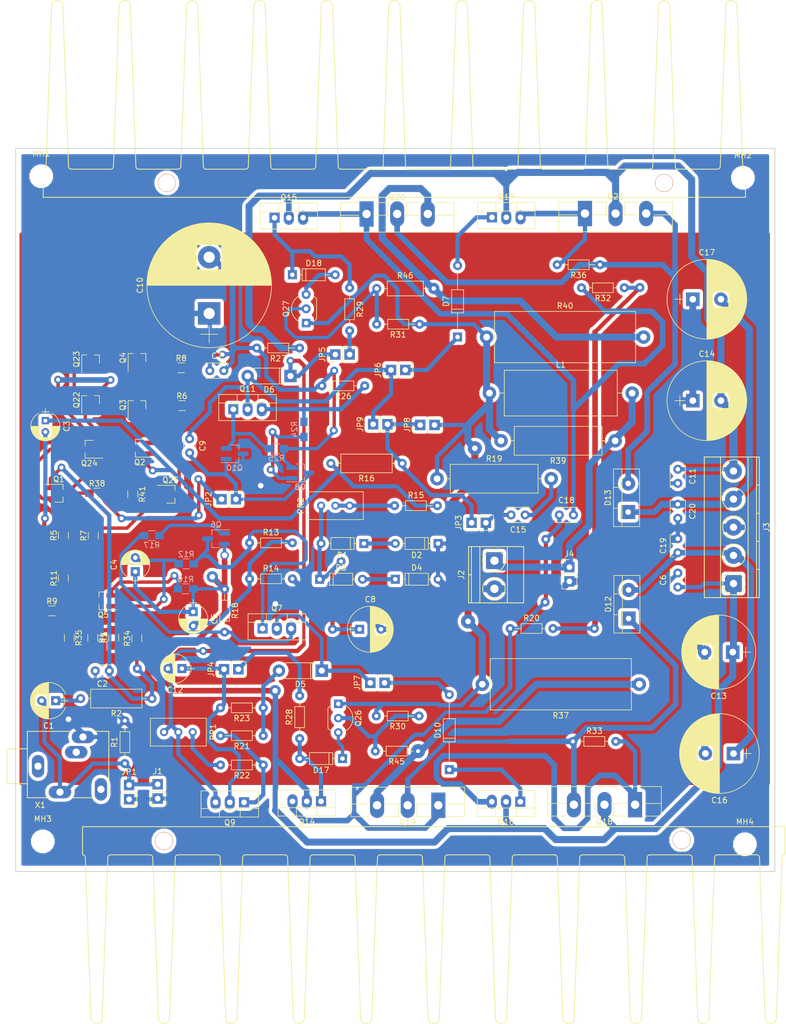
<source format=kicad_pcb>
(kicad_pcb (version 4) (host pcbnew 4.0.7)
  (layers (0 F.Cu mixed) (31 B.Cu mixed) (34 B.Paste user) (35 F.Paste user) (36 B.SilkS user) (37 F.SilkS user hide) (38 B.Mask user) (39 F.Mask user) (44 Edge.Cuts user))
  (net 0 "")
  (net 1 "Net-(C1-Pad1)")
  (net 2 "Net-(C1-Pad2)")
  (net 3 "Net-(C2-Pad1)")
  (net 4 GND)
  (net 5 "Net-(C3-Pad1)")
  (net 6 "Net-(C3-Pad2)")
  (net 7 "Net-(C4-Pad2)")
  (net 8 "Net-(C5-Pad2)")
  (net 9 "Net-(C10-Pad2)")
  (net 10 "Net-(C8-Pad1)")
  (net 11 "Net-(C9-Pad1)")
  (net 12 "Net-(C9-Pad2)")
  (net 13 "Net-(C12-Pad1)")
  (net 14 "Net-(C12-Pad2)")
  (net 15 "Net-(C15-Pad1)")
  (net 16 +VCC_15V)
  (net 17 VEE_-15V)
  (net 18 "Net-(C18-Pad1)")
  (net 19 "Net-(C18-Pad2)")
  (net 20 "Net-(D1-Pad1)")
  (net 21 "Net-(D3-Pad2)")
  (net 22 "Net-(D10-Pad2)")
  (net 23 "Net-(D5-Pad2)")
  (net 24 "Net-(D7-Pad2)")
  (net 25 "Net-(D10-Pad1)")
  (net 26 "Net-(D12-Pad1)")
  (net 27 "Net-(D13-Pad2)")
  (net 28 "Net-(D17-Pad1)")
  (net 29 "Net-(D17-Pad2)")
  (net 30 "Net-(D18-Pad1)")
  (net 31 "Net-(D18-Pad2)")
  (net 32 +VCC_40V)
  (net 33 VEE_-40V)
  (net 34 "Net-(J2-Pad1)")
  (net 35 "Net-(JP2-Pad1)")
  (net 36 "Net-(PR1-Pad1)")
  (net 37 "Net-(PR2-Pad2)")
  (net 38 "Net-(Q1-Pad2)")
  (net 39 "Net-(Q1-Pad3)")
  (net 40 "Net-(Q2-Pad2)")
  (net 41 "Net-(Q2-Pad3)")
  (net 42 "Net-(Q22-Pad2)")
  (net 43 "Net-(Q3-Pad2)")
  (net 44 "Net-(Q4-Pad2)")
  (net 45 "Net-(Q23-Pad2)")
  (net 46 "Net-(Q5-Pad2)")
  (net 47 "Net-(Q5-Pad3)")
  (net 48 "Net-(Q6-Pad1)")
  (net 49 "Net-(Q6-Pad3)")
  (net 50 "Net-(Q8-Pad1)")
  (net 51 "Net-(Q9-Pad1)")
  (net 52 "Net-(Q10-Pad2)")
  (net 53 "Net-(Q11-Pad3)")
  (net 54 "Net-(Q16-Pad3)")
  (net 55 "Net-(Q17-Pad3)")
  (net 56 "Net-(Q19-Pad3)")
  (net 57 "Net-(Q20-Pad3)")
  (net 58 "Net-(Q22-Pad1)")
  (net 59 "Net-(Q26-Pad2)")
  (net 60 "Net-(Q27-Pad2)")
  (net 61 "Net-(R3-Pad2)")
  (net 62 "Net-(R11-Pad2)")
  (net 63 "Net-(R20-Pad2)")
  (net 64 "Net-(D5-Pad1)")
  (net 65 "Net-(D7-Pad1)")
  (net 66 "Net-(JP4-Pad2)")
  (net 67 "Net-(JP5-Pad2)")
  (net 68 "Net-(JP8-Pad2)")
  (net 69 "Net-(JP3-Pad1)")
  (net 70 "Net-(Q7-Pad3)")
  (module Heatsinks:Heatsink_125x35x50mm_3xFixationM3 (layer F.Cu) (at 127.3556 138.0998 180)
    (fp_text reference HS2 (at 0 -34 180) (layer F.SilkS))
    (fp_text value Heatsink_Aavid-TV5G_TO220_Horizontal)
    (pad "" np_thru_hole circle (at -44.1452 0.1778 180) (size 3.2 3.2) (drill 3) (layers *.Cu *.SilkS *.Mask))
    (pad "" np_thru_hole circle (at 48.006 0 180) (size 3.2 3.2) (drill 3) (layers *.Cu *.SilkS *.Mask))
  )
  (module Heatsinks:Heatsink_125x35x50mm_3xFixationM3 (layer F.Cu) (at 120.359 21.124)
    (fp_text reference HS1 (at 0 -34) (layer F.SilkS))
    (fp_text value Heatsink_Aavid-TV5G_TO220_Horizontal)
    (pad "" np_thru_hole circle (at -40.5 -0.025) (size 3.2 3.2) (drill 3) (layers *.Cu *.SilkS *.Mask))
    (pad "" np_thru_hole circle (at 48.006 0) (size 3.2 3.2) (drill 3) (layers *.Cu *.SilkS *.Mask))
  )
  (module Mounting_Holes:MountingHole_3mm (layer F.Cu) (at 57.785 138.176)
    (fp_text reference MH3 (at 0 -4) (layer F.SilkS))
    (fp_text value MountingHole_3mm)
    (pad 1 np_thru_hole circle (at 0 0) (size 3 3) (drill 3) (layers *.Cu *.Mask))
  )
  (module Resistors_THT:R_Axial_DIN0204_L3.6mm_D1.6mm_P7.62mm_Horizontal (layer F.Cu) (at 90.1446 93.345 270)
    (fp_text reference R18 (at 3.81 -1.86 270) (layer F.SilkS))
    (fp_text value 33)
    (pad 1 thru_hole circle (at 0 0 270) (size 1.6 1.6) (drill 0.7) (layers *.Cu *.Mask) (net 32 +VCC_40V))
    (pad 2 thru_hole oval (at 7.62 0 270) (size 1.6 1.6) (drill 0.7) (layers *.Cu *.Mask) (net 70 "Net-(Q7-Pad3)"))
  )
  (module TO_SOT_Packages_SMD:SOT-23_Handsoldering (layer F.Cu) (at 80.5434 76.454)
    (fp_text reference Q25 (at 0 -2.5) (layer F.SilkS))
    (fp_text value BC846)
    (pad 1 smd rect (at -1.5 -0.95) (size 1.9 0.8) (layers F.Cu F.Paste F.Mask) (net 41 "Net-(Q2-Pad3)"))
    (pad 2 smd rect (at -1.5 0.95) (size 1.9 0.8) (layers F.Cu F.Paste F.Mask) (net 58 "Net-(Q22-Pad1)"))
    (pad 3 smd rect (at 1.5 0) (size 1.9 0.8) (layers F.Cu F.Paste F.Mask) (net 40 "Net-(Q2-Pad2)"))
  )
  (module Capacitors_THT:C_Disc_D3.0mm_W2.0mm_P2.50mm (layer F.Cu) (at 69.6214 107.8484 180)
    (fp_text reference C2 (at 1.25 -2.31 180) (layer F.SilkS))
    (fp_text value 0.3n)
    (pad 1 thru_hole circle (at 0 0 180) (size 1.6 1.6) (drill 0.8) (layers *.Cu *.Mask) (net 3 "Net-(C2-Pad1)"))
    (pad 2 thru_hole circle (at 2.5 0 180) (size 1.6 1.6) (drill 0.8) (layers *.Cu *.Mask) (net 4 GND))
  )
  (module Capacitors_THT:C_Disc_D3.8mm_W2.6mm_P2.50mm (layer F.Cu) (at 170.815 92.964 90)
    (fp_text reference C6 (at 1.25 -2.61 90) (layer F.SilkS))
    (fp_text value 100n)
    (pad 1 thru_hole circle (at 0 0 90) (size 1.6 1.6) (drill 0.8) (layers *.Cu *.Mask) (net 32 +VCC_40V))
    (pad 2 thru_hole circle (at 2.5 0 90) (size 1.6 1.6) (drill 0.8) (layers *.Cu *.Mask) (net 4 GND))
  )
  (module Capacitors_THT:C_Disc_D3.8mm_W2.6mm_P2.50mm (layer F.Cu) (at 87.50808 54.483)
    (fp_text reference C7 (at 1.25 -2.61) (layer F.SilkS))
    (fp_text value 100n)
    (pad 1 thru_hole circle (at 0 0) (size 1.6 1.6) (drill 0.8) (layers *.Cu *.Mask) (net 4 GND))
    (pad 2 thru_hole circle (at 2.5 0) (size 1.6 1.6) (drill 0.8) (layers *.Cu *.Mask) (net 9 "Net-(C10-Pad2)"))
  )
  (module Capacitors_THT:C_Disc_D3.0mm_W2.0mm_P2.50mm (layer F.Cu) (at 83.9216 66.5988 270)
    (fp_text reference C9 (at 1.25 -2.31 270) (layer F.SilkS))
    (fp_text value 33p)
    (pad 1 thru_hole circle (at 0 0 270) (size 1.6 1.6) (drill 0.8) (layers *.Cu *.Mask) (net 11 "Net-(C9-Pad1)"))
    (pad 2 thru_hole circle (at 2.5 0 270) (size 1.6 1.6) (drill 0.8) (layers *.Cu *.Mask) (net 12 "Net-(C9-Pad2)"))
  )
  (module Capacitors_THT:C_Disc_D3.8mm_W2.6mm_P2.50mm (layer F.Cu) (at 170.815 72.009 270)
    (fp_text reference C11 (at 1.25 -2.61 270) (layer F.SilkS))
    (fp_text value 100n)
    (pad 1 thru_hole circle (at 0 0 270) (size 1.6 1.6) (drill 0.8) (layers *.Cu *.Mask) (net 33 VEE_-40V))
    (pad 2 thru_hole circle (at 2.5 0 270) (size 1.6 1.6) (drill 0.8) (layers *.Cu *.Mask) (net 4 GND))
  )
  (module Capacitors_THT:C_Disc_D3.8mm_W2.6mm_P2.50mm (layer F.Cu) (at 143.637 80.137 180)
    (fp_text reference C15 (at 1.25 -2.61 180) (layer F.SilkS))
    (fp_text value 100n)
    (pad 1 thru_hole circle (at 0 0 180) (size 1.6 1.6) (drill 0.8) (layers *.Cu *.Mask) (net 15 "Net-(C15-Pad1)"))
    (pad 2 thru_hole circle (at 2.5 0 180) (size 1.6 1.6) (drill 0.8) (layers *.Cu *.Mask) (net 4 GND))
  )
  (module Capacitors_THT:C_Disc_D3.8mm_W2.6mm_P2.50mm (layer F.Cu) (at 149.733 80.137)
    (fp_text reference C18 (at 1.25 -2.61) (layer F.SilkS))
    (fp_text value 100n)
    (pad 1 thru_hole circle (at 0 0) (size 1.6 1.6) (drill 0.8) (layers *.Cu *.Mask) (net 18 "Net-(C18-Pad1)"))
    (pad 2 thru_hole circle (at 2.5 0) (size 1.6 1.6) (drill 0.8) (layers *.Cu *.Mask) (net 19 "Net-(C18-Pad2)"))
  )
  (module Capacitors_THT:C_Disc_D3.8mm_W2.6mm_P2.50mm (layer F.Cu) (at 170.815 86.868 90)
    (fp_text reference C19 (at 1.25 -2.61 90) (layer F.SilkS))
    (fp_text value 100n)
    (pad 1 thru_hole circle (at 0 0 90) (size 1.6 1.6) (drill 0.8) (layers *.Cu *.Mask) (net 16 +VCC_15V))
    (pad 2 thru_hole circle (at 2.5 0 90) (size 1.6 1.6) (drill 0.8) (layers *.Cu *.Mask) (net 4 GND))
  )
  (module Capacitors_THT:C_Disc_D3.8mm_W2.6mm_P2.50mm (layer F.Cu) (at 170.815 78.232 270)
    (fp_text reference C20 (at 1.25 -2.61 270) (layer F.SilkS))
    (fp_text value 100n)
    (pad 1 thru_hole circle (at 0 0 270) (size 1.6 1.6) (drill 0.8) (layers *.Cu *.Mask) (net 17 VEE_-15V))
    (pad 2 thru_hole circle (at 2.5 0 270) (size 1.6 1.6) (drill 0.8) (layers *.Cu *.Mask) (net 4 GND))
  )
  (module Diodes_THT:D_DO-35_SOD27_P7.62mm_Horizontal (layer F.Cu) (at 114.935 85.217 180)
    (fp_text reference D1 (at 3.81 -2.06 180) (layer F.SilkS))
    (fp_text value 1N4148)
    (pad 1 thru_hole rect (at 0 0 180) (size 1.6 1.6) (drill 0.8) (layers *.Cu *.Mask) (net 20 "Net-(D1-Pad1)"))
    (pad 2 thru_hole oval (at 7.62 0 180) (size 1.6 1.6) (drill 0.8) (layers *.Cu *.Mask) (net 10 "Net-(C8-Pad1)"))
  )
  (module Diodes_THT:D_DO-35_SOD27_P7.62mm_Horizontal (layer F.Cu) (at 128.143 85.217 180)
    (fp_text reference D2 (at 3.81 -2.06 180) (layer F.SilkS))
    (fp_text value 1N4148)
    (pad 1 thru_hole rect (at 0 0 180) (size 1.6 1.6) (drill 0.8) (layers *.Cu *.Mask) (net 4 GND))
    (pad 2 thru_hole oval (at 7.62 0 180) (size 1.6 1.6) (drill 0.8) (layers *.Cu *.Mask) (net 20 "Net-(D1-Pad1)"))
  )
  (module Diodes_THT:D_DO-35_SOD27_P7.62mm_Horizontal (layer F.Cu) (at 107.061 91.567)
    (fp_text reference D3 (at 3.81 -2.06) (layer F.SilkS))
    (fp_text value 1N4148)
    (pad 1 thru_hole rect (at 0 0) (size 1.6 1.6) (drill 0.8) (layers *.Cu *.Mask) (net 10 "Net-(C8-Pad1)"))
    (pad 2 thru_hole oval (at 7.62 0) (size 1.6 1.6) (drill 0.8) (layers *.Cu *.Mask) (net 21 "Net-(D3-Pad2)"))
  )
  (module Diodes_THT:D_DO-35_SOD27_P7.62mm_Horizontal (layer F.Cu) (at 120.523 91.567)
    (fp_text reference D4 (at 3.81 -2.06) (layer F.SilkS))
    (fp_text value 1N4148)
    (pad 1 thru_hole rect (at 0 0) (size 1.6 1.6) (drill 0.8) (layers *.Cu *.Mask) (net 21 "Net-(D3-Pad2)"))
    (pad 2 thru_hole oval (at 7.62 0) (size 1.6 1.6) (drill 0.8) (layers *.Cu *.Mask) (net 4 GND))
  )
  (module Diodes_THT:D_DO-41_SOD81_P7.62mm_Horizontal (layer F.Cu) (at 107.442 107.823 180)
    (fp_text reference D5 (at 3.81 -2.41 180) (layer F.SilkS))
    (fp_text value 1N4728)
    (pad 1 thru_hole rect (at 0 0 180) (size 2.2 2.2) (drill 1.1) (layers *.Cu *.Mask) (net 64 "Net-(D5-Pad1)"))
    (pad 2 thru_hole oval (at 7.62 0 180) (size 2.2 2.2) (drill 1.1) (layers *.Cu *.Mask) (net 23 "Net-(D5-Pad2)"))
  )
  (module Diodes_THT:D_DO-41_SOD81_P7.62mm_Horizontal (layer F.Cu) (at 101.86924 55.43296 180)
    (fp_text reference D6 (at 3.81 -2.41 180) (layer F.SilkS))
    (fp_text value 1N4728)
    (pad 1 thru_hole rect (at 0 0 180) (size 2.2 2.2) (drill 1.1) (layers *.Cu *.Mask) (net 14 "Net-(C12-Pad2)"))
    (pad 2 thru_hole oval (at 7.62 0 180) (size 2.2 2.2) (drill 1.1) (layers *.Cu *.Mask) (net 11 "Net-(C9-Pad1)"))
  )
  (module TO_SOT_Packages_THT:TO-220-2_Vertical (layer F.Cu) (at 162.052 98.552 90)
    (fp_text reference D12 (at 2.54 -3.62 90) (layer F.SilkS))
    (fp_text value MUR860)
    (pad 1 thru_hole rect (at 0 0 90) (size 2.5 2.5) (drill 1) (layers *.Cu *.Mask) (net 26 "Net-(D12-Pad1)"))
    (pad 2 thru_hole oval (at 5.08 0 90) (size 2.5 2.5) (drill 1) (layers *.Cu *.Mask) (net 16 +VCC_15V))
  )
  (module TO_SOT_Packages_THT:TO-220-2_Vertical (layer F.Cu) (at 161.984 79.624 90)
    (fp_text reference D13 (at 2.54 -3.62 90) (layer F.SilkS))
    (fp_text value MUR860)
    (pad 1 thru_hole rect (at 0 0 90) (size 2.5 2.5) (drill 1) (layers *.Cu *.Mask) (net 17 VEE_-15V))
    (pad 2 thru_hole oval (at 5.08 0 90) (size 2.5 2.5) (drill 1) (layers *.Cu *.Mask) (net 27 "Net-(D13-Pad2)"))
  )
  (module Diodes_THT:D_DO-35_SOD27_P7.62mm_Horizontal (layer F.Cu) (at 111.134 123.449 180)
    (fp_text reference D17 (at 3.81 -2.06 180) (layer F.SilkS))
    (fp_text value 1N4148)
    (pad 1 thru_hole rect (at 0 0 180) (size 1.6 1.6) (drill 0.8) (layers *.Cu *.Mask) (net 28 "Net-(D17-Pad1)"))
    (pad 2 thru_hole oval (at 7.62 0 180) (size 1.6 1.6) (drill 0.8) (layers *.Cu *.Mask) (net 29 "Net-(D17-Pad2)"))
  )
  (module Diodes_THT:D_DO-35_SOD27_P7.62mm_Horizontal (layer F.Cu) (at 102.20452 37.4396)
    (fp_text reference D18 (at 3.81 -2.06) (layer F.SilkS))
    (fp_text value 1N4148)
    (pad 1 thru_hole rect (at 0 0) (size 1.6 1.6) (drill 0.8) (layers *.Cu *.Mask) (net 30 "Net-(D18-Pad1)"))
    (pad 2 thru_hole oval (at 7.62 0) (size 1.6 1.6) (drill 0.8) (layers *.Cu *.Mask) (net 31 "Net-(D18-Pad2)"))
  )
  (module Pin_Headers:Pin_Header_Straight_1x02_Pitch2.54mm (layer F.Cu) (at 78.232 128.016)
    (fp_text reference J1 (at 0 -2.33) (layer F.SilkS))
    (fp_text value Conn_IN)
    (pad 1 thru_hole rect (at 0 0) (size 1.85 1.85) (drill 1) (layers *.Cu *.Mask) (net 2 "Net-(C1-Pad2)"))
    (pad 2 thru_hole rect (at 0 2.54) (size 1.85 1.85) (drill 1) (layers *.Cu *.Mask) (net 4 GND))
  )
  (module TerminalBlocks_Phoenix:TerminalBlock_Phoenix_MKDS1.5-2pol (layer F.Cu) (at 138.176 88.265 270)
    (fp_text reference J2 (at 2.5 5.9 270) (layer F.SilkS))
    (fp_text value LOAD_CONN)
    (pad 1 thru_hole rect (at 0 0 270) (size 3 3) (drill 1.5) (layers *.Cu *.Mask) (net 34 "Net-(J2-Pad1)"))
    (pad 2 thru_hole circle (at 5 0 270) (size 3 3) (drill 1.5) (layers *.Cu *.Mask) (net 4 GND))
  )
  (module TerminalBlocks_Phoenix:TerminalBlock_Phoenix_MKDS1.5-5pol (layer F.Cu) (at 180.721 92.329 90)
    (fp_text reference J3 (at 10 5.9 90) (layer F.SilkS))
    (fp_text value SUPPLY_CONN)
    (pad 5 thru_hole circle (at 20 0 90) (size 3 3) (drill 1.3) (layers *.Cu *.Mask) (net 33 VEE_-40V))
    (pad 4 thru_hole circle (at 15 0 90) (size 3 3) (drill 1.3) (layers *.Cu *.Mask) (net 17 VEE_-15V))
    (pad 3 thru_hole circle (at 10 0 90) (size 3 3) (drill 1.3) (layers *.Cu *.Mask) (net 4 GND))
    (pad 1 thru_hole rect (at 0 0 90) (size 3 3) (drill 1.3) (layers *.Cu *.Mask) (net 32 +VCC_40V))
    (pad 2 thru_hole circle (at 5 0 90) (size 3 3) (drill 1.3) (layers *.Cu *.Mask) (net 16 +VCC_15V))
  )
  (module Pin_Headers:Pin_Header_Straight_1x02_Pitch2.54mm (layer F.Cu) (at 73.152 128.143)
    (fp_text reference JP1 (at 0 -2.33) (layer F.SilkS))
    (fp_text value Jumper_NO_Small)
    (pad 1 thru_hole rect (at 0 0) (size 1.85 1.85) (drill 1) (layers *.Cu *.Mask) (net 2 "Net-(C1-Pad2)"))
    (pad 2 thru_hole rect (at 0 2.54) (size 1.85 1.85) (drill 1) (layers *.Cu *.Mask) (net 4 GND))
  )
  (module Pin_Headers:Pin_Header_Straight_1x02_Pitch2.54mm (layer F.Cu) (at 89.6112 77.343 90)
    (fp_text reference JP2 (at 0 -2.33 90) (layer F.SilkS))
    (fp_text value Diff_Stage_Jumper)
    (pad 1 thru_hole rect (at 0 0 90) (size 1.85 1.85) (drill 1) (layers *.Cu *.Mask) (net 35 "Net-(JP2-Pad1)"))
    (pad 2 thru_hole rect (at 0 2.54 90) (size 1.85 1.85) (drill 1) (layers *.Cu *.Mask) (net 12 "Net-(C9-Pad2)"))
  )
  (module Pin_Headers:Pin_Header_Straight_1x02_Pitch2.54mm (layer F.Cu) (at 134.109 81.524 90)
    (fp_text reference JP3 (at 0 -2.33 90) (layer F.SilkS))
    (fp_text value Jumper_Q2)
    (pad 1 thru_hole rect (at 0 0 90) (size 1.85 1.85) (drill 1) (layers *.Cu *.Mask) (net 69 "Net-(JP3-Pad1)"))
    (pad 2 thru_hole rect (at 0 2.54 90) (size 1.85 1.85) (drill 1) (layers *.Cu *.Mask) (net 4 GND))
  )
  (module Pin_Headers:Pin_Header_Straight_1x02_Pitch2.54mm (layer F.Cu) (at 90.043 107.569 90)
    (fp_text reference JP4 (at 0 -2.33 90) (layer F.SilkS))
    (fp_text value Low_Pos_Jumper)
    (pad 1 thru_hole rect (at 0 0 90) (size 1.85 1.85) (drill 1) (layers *.Cu *.Mask) (net 13 "Net-(C12-Pad1)"))
    (pad 2 thru_hole rect (at 0 2.54 90) (size 1.85 1.85) (drill 1) (layers *.Cu *.Mask) (net 66 "Net-(JP4-Pad2)"))
  )
  (module Potentiometers:Potentiometer_Trimmer_Suntan_TSR-3386C_Vertical (layer F.Cu) (at 84.455 118.745 270)
    (fp_text reference PR1 (at 0 -3.625 270) (layer F.SilkS))
    (fp_text value 1k)
    (pad 3 thru_hole circle (at 0 5.08 270) (size 1.44 1.44) (drill 0.8) (layers *.Cu *.Mask) (net 14 "Net-(C12-Pad2)"))
    (pad 2 thru_hole circle (at 0 2.54 270) (size 1.44 1.44) (drill 0.8) (layers *.Cu *.Mask) (net 14 "Net-(C12-Pad2)"))
    (pad 1 thru_hole circle (at 0 0 270) (size 1.44 1.44) (drill 0.8) (layers *.Cu *.Mask) (net 36 "Net-(PR1-Pad1)"))
  )
  (module Potentiometers:Potentiometer_Trimmer_Suntan_TSR-3386C_Vertical (layer F.Cu) (at 107.315 78.486 90)
    (fp_text reference PR2 (at 0 -3.625 90) (layer F.SilkS))
    (fp_text value 100)
    (pad 3 thru_hole circle (at 0 5.08 90) (size 1.44 1.44) (drill 0.8) (layers *.Cu *.Mask) (net 37 "Net-(PR2-Pad2)"))
    (pad 2 thru_hole circle (at 0 2.54 90) (size 1.44 1.44) (drill 0.8) (layers *.Cu *.Mask) (net 37 "Net-(PR2-Pad2)"))
    (pad 1 thru_hole circle (at 0 0 90) (size 1.44 1.44) (drill 0.8) (layers *.Cu *.Mask) (net 10 "Net-(C8-Pad1)"))
  )
  (module TO_SOT_Packages_SMD:SOT-23_Handsoldering (layer F.Cu) (at 60.6298 76.2762)
    (fp_text reference Q1 (at 0 -2.5) (layer F.SilkS))
    (fp_text value BC856)
    (pad 1 smd rect (at -1.5 -0.95) (size 1.9 0.8) (layers F.Cu F.Paste F.Mask) (net 3 "Net-(C2-Pad1)"))
    (pad 2 smd rect (at -1.5 0.95) (size 1.9 0.8) (layers F.Cu F.Paste F.Mask) (net 38 "Net-(Q1-Pad2)"))
    (pad 3 smd rect (at 1.5 0) (size 1.9 0.8) (layers F.Cu F.Paste F.Mask) (net 39 "Net-(Q1-Pad3)"))
  )
  (module TO_SOT_Packages_SMD:SOT-23_Handsoldering (layer F.Cu) (at 75.0316 68.2752 180)
    (fp_text reference Q2 (at 0 -2.5 180) (layer F.SilkS))
    (fp_text value BC856)
    (pad 1 smd rect (at -1.5 -0.95 180) (size 1.9 0.8) (layers F.Cu F.Paste F.Mask) (net 5 "Net-(C3-Pad1)"))
    (pad 2 smd rect (at -1.5 0.95 180) (size 1.9 0.8) (layers F.Cu F.Paste F.Mask) (net 40 "Net-(Q2-Pad2)"))
    (pad 3 smd rect (at 1.5 0 180) (size 1.9 0.8) (layers F.Cu F.Paste F.Mask) (net 41 "Net-(Q2-Pad3)"))
  )
  (module TO_SOT_Packages_SMD:SOT-23_Handsoldering (layer F.Cu) (at 74.549 60.579 90)
    (fp_text reference Q3 (at 0 -2.5 90) (layer F.SilkS))
    (fp_text value BC846)
    (pad 1 smd rect (at -1.5 -0.95 90) (size 1.9 0.8) (layers F.Cu F.Paste F.Mask) (net 42 "Net-(Q22-Pad2)"))
    (pad 2 smd rect (at -1.5 0.95 90) (size 1.9 0.8) (layers F.Cu F.Paste F.Mask) (net 43 "Net-(Q3-Pad2)"))
    (pad 3 smd rect (at 1.5 0 90) (size 1.9 0.8) (layers F.Cu F.Paste F.Mask) (net 42 "Net-(Q22-Pad2)"))
  )
  (module TO_SOT_Packages_SMD:SOT-23_Handsoldering (layer F.Cu) (at 74.549 52.197 90)
    (fp_text reference Q4 (at 0 -2.5 90) (layer F.SilkS))
    (fp_text value BC846)
    (pad 1 smd rect (at -1.5 -0.95 90) (size 1.9 0.8) (layers F.Cu F.Paste F.Mask) (net 42 "Net-(Q22-Pad2)"))
    (pad 2 smd rect (at -1.5 0.95 90) (size 1.9 0.8) (layers F.Cu F.Paste F.Mask) (net 44 "Net-(Q4-Pad2)"))
    (pad 3 smd rect (at 1.5 0 90) (size 1.9 0.8) (layers F.Cu F.Paste F.Mask) (net 45 "Net-(Q23-Pad2)"))
  )
  (module TO_SOT_Packages_SMD:SOT-23_Handsoldering (layer F.Cu) (at 68.5546 95.4024 180)
    (fp_text reference Q5 (at 0 -2.5 180) (layer F.SilkS))
    (fp_text value BC856)
    (pad 1 smd rect (at -1.5 -0.95 180) (size 1.9 0.8) (layers F.Cu F.Paste F.Mask) (net 7 "Net-(C4-Pad2)"))
    (pad 2 smd rect (at -1.5 0.95 180) (size 1.9 0.8) (layers F.Cu F.Paste F.Mask) (net 46 "Net-(Q5-Pad2)"))
    (pad 3 smd rect (at 1.5 0 180) (size 1.9 0.8) (layers F.Cu F.Paste F.Mask) (net 47 "Net-(Q5-Pad3)"))
  )
  (module TO_SOT_Packages_SMD:SOT-23_Handsoldering (layer B.Cu) (at 88.6206 84.3534 180)
    (fp_text reference Q6 (at 0 2.5 180) (layer B.SilkS) (effects (justify mirror)))
    (fp_text value BC856)
    (pad 1 smd rect (at -1.5 0.95 180) (size 1.9 0.8) (layers B.Cu B.Paste B.Mask) (net 48 "Net-(Q6-Pad1)"))
    (pad 2 smd rect (at -1.5 -0.95 180) (size 1.9 0.8) (layers B.Cu B.Paste B.Mask) (net 32 +VCC_40V))
    (pad 3 smd rect (at 1.5 0 180) (size 1.9 0.8) (layers B.Cu B.Paste B.Mask) (net 49 "Net-(Q6-Pad3)"))
  )
  (module TO_SOT_Packages_SMD:SOT-23_Handsoldering (layer B.Cu) (at 103.6066 72.6694)
    (fp_text reference Q8 (at 0 2.5) (layer B.SilkS) (effects (justify mirror)))
    (fp_text value BC846)
    (pad 1 smd rect (at -1.5 0.95) (size 1.9 0.8) (layers B.Cu B.Paste B.Mask) (net 50 "Net-(Q8-Pad1)"))
    (pad 2 smd rect (at -1.5 -0.95) (size 1.9 0.8) (layers B.Cu B.Paste B.Mask) (net 9 "Net-(C10-Pad2)"))
    (pad 3 smd rect (at 1.5 0) (size 1.9 0.8) (layers B.Cu B.Paste B.Mask) (net 12 "Net-(C9-Pad2)"))
  )
  (module TO_SOT_Packages_SMD:SOT-23_Handsoldering (layer B.Cu) (at 91.9226 69.2658)
    (fp_text reference Q10 (at 0 2.5) (layer B.SilkS) (effects (justify mirror)))
    (fp_text value BC846)
    (pad 1 smd rect (at -1.5 0.95) (size 1.9 0.8) (layers B.Cu B.Paste B.Mask) (net 12 "Net-(C9-Pad2)"))
    (pad 2 smd rect (at -1.5 -0.95) (size 1.9 0.8) (layers B.Cu B.Paste B.Mask) (net 52 "Net-(Q10-Pad2)"))
    (pad 3 smd rect (at 1.5 0) (size 1.9 0.8) (layers B.Cu B.Paste B.Mask) (net 4 GND))
  )
  (module TO_SOT_Packages_SMD:SOT-23_Handsoldering (layer F.Cu) (at 66.294 59.69 90)
    (fp_text reference Q22 (at 0 -2.5 90) (layer F.SilkS))
    (fp_text value BC846)
    (pad 1 smd rect (at -1.5 -0.95 90) (size 1.9 0.8) (layers F.Cu F.Paste F.Mask) (net 58 "Net-(Q22-Pad1)"))
    (pad 2 smd rect (at -1.5 0.95 90) (size 1.9 0.8) (layers F.Cu F.Paste F.Mask) (net 42 "Net-(Q22-Pad2)"))
    (pad 3 smd rect (at 1.5 0 90) (size 1.9 0.8) (layers F.Cu F.Paste F.Mask) (net 35 "Net-(JP2-Pad1)"))
  )
  (module TO_SOT_Packages_SMD:SOT-23_Handsoldering (layer F.Cu) (at 66.294 52.451 90)
    (fp_text reference Q23 (at 0 -2.5 90) (layer F.SilkS))
    (fp_text value BC846)
    (pad 1 smd rect (at -1.5 -0.95 90) (size 1.9 0.8) (layers F.Cu F.Paste F.Mask) (net 58 "Net-(Q22-Pad1)"))
    (pad 2 smd rect (at -1.5 0.95 90) (size 1.9 0.8) (layers F.Cu F.Paste F.Mask) (net 45 "Net-(Q23-Pad2)"))
    (pad 3 smd rect (at 1.5 0 90) (size 1.9 0.8) (layers F.Cu F.Paste F.Mask) (net 58 "Net-(Q22-Pad1)"))
  )
  (module TO_SOT_Packages_SMD:SOT-23_Handsoldering (layer F.Cu) (at 66.0654 68.453 180)
    (fp_text reference Q24 (at 0 -2.5 180) (layer F.SilkS))
    (fp_text value BC846)
    (pad 1 smd rect (at -1.5 -0.95 180) (size 1.9 0.8) (layers F.Cu F.Paste F.Mask) (net 39 "Net-(Q1-Pad3)"))
    (pad 2 smd rect (at -1.5 0.95 180) (size 1.9 0.8) (layers F.Cu F.Paste F.Mask) (net 35 "Net-(JP2-Pad1)"))
    (pad 3 smd rect (at 1.5 0 180) (size 1.9 0.8) (layers F.Cu F.Paste F.Mask) (net 38 "Net-(Q1-Pad2)"))
  )
  (module Resistors_THT:R_Axial_DIN0204_L3.6mm_D1.6mm_P7.62mm_Horizontal (layer F.Cu) (at 72.39 124.333 90)
    (fp_text reference R1 (at 3.81 -1.86 90) (layer F.SilkS))
    (fp_text value 100k)
    (pad 1 thru_hole circle (at 0 0 90) (size 1.6 1.6) (drill 0.7) (layers *.Cu *.Mask) (net 2 "Net-(C1-Pad2)"))
    (pad 2 thru_hole oval (at 7.62 0 90) (size 1.6 1.6) (drill 0.7) (layers *.Cu *.Mask) (net 4 GND))
  )
  (module Resistors_THT:R_Axial_DIN0309_L9.0mm_D3.2mm_P12.70mm_Horizontal (layer F.Cu) (at 77.216 112.776 180)
    (fp_text reference R2 (at 6.35 -2.66 180) (layer F.SilkS))
    (fp_text value 10)
    (pad 1 thru_hole circle (at 0 0 180) (size 1.6 1.6) (drill 0.8) (layers *.Cu *.Mask) (net 3 "Net-(C2-Pad1)"))
    (pad 2 thru_hole oval (at 12.7 0 180) (size 1.6 1.6) (drill 0.8) (layers *.Cu *.Mask) (net 1 "Net-(C1-Pad1)"))
  )
  (module Resistors_SMD:R_0805_HandSoldering (layer F.Cu) (at 61.4426 83.7692 90)
    (fp_text reference R5 (at 0 -1.7 90) (layer F.SilkS))
    (fp_text value 100)
    (pad 1 smd rect (at -1.35 0 90) (size 1.5 1.3) (layers F.Cu F.Paste F.Mask) (net 62 "Net-(R11-Pad2)"))
    (pad 2 smd rect (at 1.35 0 90) (size 1.5 1.3) (layers F.Cu F.Paste F.Mask) (net 38 "Net-(Q1-Pad2)"))
  )
  (module Resistors_SMD:R_0805_HandSoldering (layer F.Cu) (at 82.55 60.706)
    (fp_text reference R6 (at 0 -1.7) (layer F.SilkS))
    (fp_text value 68)
    (pad 1 smd rect (at -1.35 0) (size 1.5 1.3) (layers F.Cu F.Paste F.Mask) (net 43 "Net-(Q3-Pad2)"))
    (pad 2 smd rect (at 1.35 0) (size 1.5 1.3) (layers F.Cu F.Paste F.Mask) (net 9 "Net-(C10-Pad2)"))
  )
  (module Resistors_SMD:R_0805_HandSoldering (layer F.Cu) (at 66.7766 83.82 90)
    (fp_text reference R7 (at 0 -1.7 90) (layer F.SilkS))
    (fp_text value 100)
    (pad 1 smd rect (at -1.35 0 90) (size 1.5 1.3) (layers F.Cu F.Paste F.Mask) (net 62 "Net-(R11-Pad2)"))
    (pad 2 smd rect (at 1.35 0 90) (size 1.5 1.3) (layers F.Cu F.Paste F.Mask) (net 40 "Net-(Q2-Pad2)"))
  )
  (module Resistors_SMD:R_0805_HandSoldering (layer F.Cu) (at 82.423 53.975)
    (fp_text reference R8 (at 0 -1.7) (layer F.SilkS))
    (fp_text value 68)
    (pad 1 smd rect (at -1.35 0) (size 1.5 1.3) (layers F.Cu F.Paste F.Mask) (net 44 "Net-(Q4-Pad2)"))
    (pad 2 smd rect (at 1.35 0) (size 1.5 1.3) (layers F.Cu F.Paste F.Mask) (net 9 "Net-(C10-Pad2)"))
  )
  (module Resistors_SMD:R_0805_HandSoldering (layer F.Cu) (at 59.4106 97.1804)
    (fp_text reference R9 (at 0 -1.7) (layer F.SilkS))
    (fp_text value 100)
    (pad 1 smd rect (at -1.35 0) (size 1.5 1.3) (layers F.Cu F.Paste F.Mask) (net 6 "Net-(C3-Pad2)"))
    (pad 2 smd rect (at 1.35 0) (size 1.5 1.3) (layers F.Cu F.Paste F.Mask) (net 61 "Net-(R3-Pad2)"))
  )
  (module Resistors_SMD:R_0805_HandSoldering (layer B.Cu) (at 83.2104 93.2688 180)
    (fp_text reference R10 (at 0 1.7 180) (layer B.SilkS) (effects (justify mirror)))
    (fp_text value 100)
    (pad 1 smd rect (at -1.35 0 180) (size 1.5 1.3) (layers B.Cu B.Paste B.Mask) (net 32 +VCC_40V))
    (pad 2 smd rect (at 1.35 0 180) (size 1.5 1.3) (layers B.Cu B.Paste B.Mask) (net 46 "Net-(Q5-Pad2)"))
  )
  (module Resistors_SMD:R_0805_HandSoldering (layer F.Cu) (at 61.4426 91.3892 90)
    (fp_text reference R11 (at 0 -1.7 90) (layer F.SilkS))
    (fp_text value 2.2k)
    (pad 1 smd rect (at -1.35 0 90) (size 1.5 1.3) (layers F.Cu F.Paste F.Mask) (net 47 "Net-(Q5-Pad3)"))
    (pad 2 smd rect (at 1.35 0 90) (size 1.5 1.3) (layers F.Cu F.Paste F.Mask) (net 62 "Net-(R11-Pad2)"))
  )
  (module Resistors_SMD:R_0805_HandSoldering (layer B.Cu) (at 83.312 88.8238 180)
    (fp_text reference R12 (at 0 1.7 180) (layer B.SilkS) (effects (justify mirror)))
    (fp_text value 2.2k)
    (pad 1 smd rect (at -1.35 0 180) (size 1.5 1.3) (layers B.Cu B.Paste B.Mask) (net 49 "Net-(Q6-Pad3)"))
    (pad 2 smd rect (at 1.35 0 180) (size 1.5 1.3) (layers B.Cu B.Paste B.Mask) (net 7 "Net-(C4-Pad2)"))
  )
  (module Resistors_THT:R_Axial_DIN0204_L3.6mm_D1.6mm_P7.62mm_Horizontal (layer F.Cu) (at 94.5896 85.09)
    (fp_text reference R13 (at 3.81 -1.86) (layer F.SilkS))
    (fp_text value 10k)
    (pad 1 thru_hole circle (at 0 0) (size 1.6 1.6) (drill 0.7) (layers *.Cu *.Mask) (net 49 "Net-(Q6-Pad3)"))
    (pad 2 thru_hole oval (at 7.62 0) (size 1.6 1.6) (drill 0.7) (layers *.Cu *.Mask) (net 8 "Net-(C5-Pad2)"))
  )
  (module Resistors_THT:R_Axial_DIN0204_L3.6mm_D1.6mm_P7.62mm_Horizontal (layer F.Cu) (at 94.5896 91.4908)
    (fp_text reference R14 (at 3.81 -1.86) (layer F.SilkS))
    (fp_text value 10k)
    (pad 1 thru_hole circle (at 0 0) (size 1.6 1.6) (drill 0.7) (layers *.Cu *.Mask) (net 8 "Net-(C5-Pad2)"))
    (pad 2 thru_hole oval (at 7.62 0) (size 1.6 1.6) (drill 0.7) (layers *.Cu *.Mask) (net 4 GND))
  )
  (module Resistors_THT:R_Axial_DIN0204_L3.6mm_D1.6mm_P7.62mm_Horizontal (layer F.Cu) (at 120.396 78.486)
    (fp_text reference R15 (at 3.81 -1.86) (layer F.SilkS))
    (fp_text value 51)
    (pad 1 thru_hole circle (at 0 0) (size 1.6 1.6) (drill 0.7) (layers *.Cu *.Mask) (net 37 "Net-(PR2-Pad2)"))
    (pad 2 thru_hole oval (at 7.62 0) (size 1.6 1.6) (drill 0.7) (layers *.Cu *.Mask) (net 5 "Net-(C3-Pad1)"))
  )
  (module Resistors_THT:R_Axial_DIN0309_L9.0mm_D3.2mm_P12.70mm_Horizontal (layer F.Cu) (at 121.759 70.974 180)
    (fp_text reference R16 (at 6.35 -2.66 180) (layer F.SilkS))
    (fp_text value 2.2k)
    (pad 1 thru_hole circle (at 0 0 180) (size 1.6 1.6) (drill 0.8) (layers *.Cu *.Mask) (net 69 "Net-(JP3-Pad1)"))
    (pad 2 thru_hole oval (at 12.7 0 180) (size 1.6 1.6) (drill 0.8) (layers *.Cu *.Mask) (net 5 "Net-(C3-Pad1)"))
  )
  (module Resistors_SMD:R_0805_HandSoldering (layer B.Cu) (at 77.1906 83.82)
    (fp_text reference R17 (at 0 1.7) (layer B.SilkS) (effects (justify mirror)))
    (fp_text value 2.2k)
    (pad 1 smd rect (at -1.35 0) (size 1.5 1.3) (layers B.Cu B.Paste B.Mask) (net 70 "Net-(Q7-Pad3)"))
    (pad 2 smd rect (at 1.35 0) (size 1.5 1.3) (layers B.Cu B.Paste B.Mask) (net 48 "Net-(Q6-Pad1)"))
  )
  (module Resistors_THT:R_Axial_DIN0204_L3.6mm_D1.6mm_P7.62mm_Horizontal (layer F.Cu) (at 140.97 100.33)
    (fp_text reference R20 (at 3.81 -1.86) (layer F.SilkS))
    (fp_text value 100)
    (pad 1 thru_hole circle (at 0 0) (size 1.6 1.6) (drill 0.7) (layers *.Cu *.Mask) (net 18 "Net-(C18-Pad1)"))
    (pad 2 thru_hole oval (at 7.62 0) (size 1.6 1.6) (drill 0.7) (layers *.Cu *.Mask) (net 63 "Net-(R20-Pad2)"))
  )
  (module Resistors_THT:R_Axial_DIN0204_L3.6mm_D1.6mm_P7.62mm_Horizontal (layer F.Cu) (at 97.028 119.38 180)
    (fp_text reference R21 (at 3.81 -1.86 180) (layer F.SilkS))
    (fp_text value 3.3k)
    (pad 1 thru_hole circle (at 0 0 180) (size 1.6 1.6) (drill 0.7) (layers *.Cu *.Mask) (net 23 "Net-(D5-Pad2)"))
    (pad 2 thru_hole oval (at 7.62 0 180) (size 1.6 1.6) (drill 0.7) (layers *.Cu *.Mask) (net 51 "Net-(Q9-Pad1)"))
  )
  (module Resistors_THT:R_Axial_DIN0204_L3.6mm_D1.6mm_P7.62mm_Horizontal (layer F.Cu) (at 97.028 124.587 180)
    (fp_text reference R22 (at 3.81 -1.86 180) (layer F.SilkS))
    (fp_text value 330)
    (pad 1 thru_hole circle (at 0 0 180) (size 1.6 1.6) (drill 0.7) (layers *.Cu *.Mask) (net 51 "Net-(Q9-Pad1)"))
    (pad 2 thru_hole oval (at 7.62 0 180) (size 1.6 1.6) (drill 0.7) (layers *.Cu *.Mask) (net 36 "Net-(PR1-Pad1)"))
  )
  (module Resistors_THT:R_Axial_DIN0204_L3.6mm_D1.6mm_P7.62mm_Horizontal (layer F.Cu) (at 97.028 114.427 180)
    (fp_text reference R23 (at 3.81 -1.86 180) (layer F.SilkS))
    (fp_text value 16)
    (pad 1 thru_hole circle (at 0 0 180) (size 1.6 1.6) (drill 0.7) (layers *.Cu *.Mask) (net 23 "Net-(D5-Pad2)"))
    (pad 2 thru_hole oval (at 7.62 0 180) (size 1.6 1.6) (drill 0.7) (layers *.Cu *.Mask) (net 13 "Net-(C12-Pad1)"))
  )
  (module Resistors_SMD:R_0805_HandSoldering (layer B.Cu) (at 104.267 64.9224 270)
    (fp_text reference R24 (at 0 1.7 270) (layer B.SilkS) (effects (justify mirror)))
    (fp_text value 2.2k)
    (pad 1 smd rect (at -1.35 0 270) (size 1.5 1.3) (layers B.Cu B.Paste B.Mask) (net 53 "Net-(Q11-Pad3)"))
    (pad 2 smd rect (at 1.35 0 270) (size 1.5 1.3) (layers B.Cu B.Paste B.Mask) (net 50 "Net-(Q8-Pad1)"))
  )
  (module Resistors_SMD:R_0805_HandSoldering (layer B.Cu) (at 99.3648 68.3514)
    (fp_text reference R25 (at 0 1.7) (layer B.SilkS) (effects (justify mirror)))
    (fp_text value 2.2k)
    (pad 1 smd rect (at -1.35 0) (size 1.5 1.3) (layers B.Cu B.Paste B.Mask) (net 52 "Net-(Q10-Pad2)"))
    (pad 2 smd rect (at 1.35 0) (size 1.5 1.3) (layers B.Cu B.Paste B.Mask) (net 9 "Net-(C10-Pad2)"))
  )
  (module Resistors_THT:R_Axial_DIN0204_L3.6mm_D1.6mm_P7.62mm_Horizontal (layer F.Cu) (at 115.0874 57.1754 180)
    (fp_text reference R26 (at 3.81 -1.86 180) (layer F.SilkS))
    (fp_text value 10)
    (pad 1 thru_hole circle (at 0 0 180) (size 1.6 1.6) (drill 0.7) (layers *.Cu *.Mask) (net 53 "Net-(Q11-Pad3)"))
    (pad 2 thru_hole oval (at 7.62 0 180) (size 1.6 1.6) (drill 0.7) (layers *.Cu *.Mask) (net 9 "Net-(C10-Pad2)"))
  )
  (module Resistors_THT:R_Axial_DIN0204_L3.6mm_D1.6mm_P7.62mm_Horizontal (layer F.Cu) (at 103.48976 50.45964 180)
    (fp_text reference R27 (at 3.81 -1.86 180) (layer F.SilkS))
    (fp_text value 10)
    (pad 1 thru_hole circle (at 0 0 180) (size 1.6 1.6) (drill 0.7) (layers *.Cu *.Mask) (net 33 VEE_-40V))
    (pad 2 thru_hole oval (at 7.62 0 180) (size 1.6 1.6) (drill 0.7) (layers *.Cu *.Mask) (net 9 "Net-(C10-Pad2)"))
  )
  (module Resistors_THT:R_Axial_DIN0204_L3.6mm_D1.6mm_P7.62mm_Horizontal (layer F.Cu) (at 103.505 119.888 90)
    (fp_text reference R28 (at 3.81 -1.86 90) (layer F.SilkS))
    (fp_text value 100)
    (pad 1 thru_hole circle (at 0 0 90) (size 1.6 1.6) (drill 0.7) (layers *.Cu *.Mask) (net 29 "Net-(D17-Pad2)"))
    (pad 2 thru_hole oval (at 7.62 0 90) (size 1.6 1.6) (drill 0.7) (layers *.Cu *.Mask) (net 66 "Net-(JP4-Pad2)"))
  )
  (module Resistors_THT:R_Axial_DIN0204_L3.6mm_D1.6mm_P7.62mm_Horizontal (layer F.Cu) (at 112.395 39.751 270)
    (fp_text reference R29 (at 3.81 -1.86 270) (layer F.SilkS))
    (fp_text value 100)
    (pad 1 thru_hole circle (at 0 0 270) (size 1.6 1.6) (drill 0.7) (layers *.Cu *.Mask) (net 30 "Net-(D18-Pad1)"))
    (pad 2 thru_hole oval (at 7.62 0 270) (size 1.6 1.6) (drill 0.7) (layers *.Cu *.Mask) (net 67 "Net-(JP5-Pad2)"))
  )
  (module Resistors_THT:R_Axial_DIN0204_L3.6mm_D1.6mm_P7.62mm_Horizontal (layer F.Cu) (at 124.7648 115.8748 180)
    (fp_text reference R30 (at 3.81 -1.86 180) (layer F.SilkS))
    (fp_text value 560)
    (pad 1 thru_hole circle (at 0 0 180) (size 1.6 1.6) (drill 0.7) (layers *.Cu *.Mask) (net 59 "Net-(Q26-Pad2)"))
    (pad 2 thru_hole oval (at 7.62 0 180) (size 1.6 1.6) (drill 0.7) (layers *.Cu *.Mask) (net 68 "Net-(JP8-Pad2)"))
  )
  (module Resistors_THT:R_Axial_DIN0204_L3.6mm_D1.6mm_P7.62mm_Horizontal (layer F.Cu) (at 124.841 46.228 180)
    (fp_text reference R31 (at 3.81 -1.86 180) (layer F.SilkS))
    (fp_text value 180)
    (pad 1 thru_hole circle (at 0 0 180) (size 1.6 1.6) (drill 0.7) (layers *.Cu *.Mask) (net 68 "Net-(JP8-Pad2)"))
    (pad 2 thru_hole oval (at 7.62 0 180) (size 1.6 1.6) (drill 0.7) (layers *.Cu *.Mask) (net 60 "Net-(Q27-Pad2)"))
  )
  (module Resistors_THT:R_Axial_DIN0204_L3.6mm_D1.6mm_P7.62mm_Horizontal (layer F.Cu) (at 161.29 39.751 180)
    (fp_text reference R32 (at 3.81 -1.86 180) (layer F.SilkS))
    (fp_text value 100)
    (pad 1 thru_hole circle (at 0 0 180) (size 1.6 1.6) (drill 0.7) (layers *.Cu *.Mask) (net 63 "Net-(R20-Pad2)"))
    (pad 2 thru_hole oval (at 7.62 0 180) (size 1.6 1.6) (drill 0.7) (layers *.Cu *.Mask) (net 19 "Net-(C18-Pad2)"))
  )
  (module Resistors_THT:R_Axial_DIN0204_L3.6mm_D1.6mm_P7.62mm_Horizontal (layer F.Cu) (at 152.146 120.396)
    (fp_text reference R33 (at 3.81 -1.86) (layer F.SilkS))
    (fp_text value 100)
    (pad 1 thru_hole circle (at 0 0) (size 1.6 1.6) (drill 0.7) (layers *.Cu *.Mask) (net 26 "Net-(D12-Pad1)"))
    (pad 2 thru_hole oval (at 7.62 0) (size 1.6 1.6) (drill 0.7) (layers *.Cu *.Mask) (net 54 "Net-(Q16-Pad3)"))
  )
  (module Resistors_THT:R_Axial_DIN0204_L3.6mm_D1.6mm_P7.62mm_Horizontal (layer F.Cu) (at 156.959 35.649 180)
    (fp_text reference R36 (at 3.81 -1.86 180) (layer F.SilkS))
    (fp_text value 100)
    (pad 1 thru_hole circle (at 0 0 180) (size 1.6 1.6) (drill 0.7) (layers *.Cu *.Mask) (net 27 "Net-(D13-Pad2)"))
    (pad 2 thru_hole oval (at 7.62 0 180) (size 1.6 1.6) (drill 0.7) (layers *.Cu *.Mask) (net 55 "Net-(Q17-Pad3)"))
  )
  (module Resistors_SMD:R_0805_HandSoldering (layer F.Cu) (at 67.437 76.2508)
    (fp_text reference R38 (at 0 -1.7) (layer F.SilkS))
    (fp_text value 2.2k)
    (pad 1 smd rect (at -1.35 0) (size 1.5 1.3) (layers F.Cu F.Paste F.Mask) (net 39 "Net-(Q1-Pad3)"))
    (pad 2 smd rect (at 1.35 0) (size 1.5 1.3) (layers F.Cu F.Paste F.Mask) (net 35 "Net-(JP2-Pad1)"))
  )
  (module Resistors_SMD:R_0805_HandSoldering (layer F.Cu) (at 73.787 76.454 270)
    (fp_text reference R41 (at 0 -1.7 270) (layer F.SilkS))
    (fp_text value 2.2k)
    (pad 1 smd rect (at -1.35 0 270) (size 1.5 1.3) (layers F.Cu F.Paste F.Mask) (net 41 "Net-(Q2-Pad3)"))
    (pad 2 smd rect (at 1.35 0 270) (size 1.5 1.3) (layers F.Cu F.Paste F.Mask) (net 58 "Net-(Q22-Pad1)"))
  )
  (module Resistors_THT:R_Axial_DIN0204_L3.6mm_D1.6mm_P7.62mm_Horizontal (layer F.Cu) (at 124.584 122.124 180)
    (fp_text reference R45 (at 3.81 -1.86 180) (layer F.SilkS))
    (fp_text value 330)
    (pad 1 thru_hole circle (at 0 0 180) (size 2.5 2.5) (drill 0.7) (layers *.Cu *.Mask) (net 56 "Net-(Q19-Pad3)"))
    (pad 2 thru_hole oval (at 7.62 0 180) (size 1.6 1.6) (drill 0.7) (layers *.Cu *.Mask) (net 59 "Net-(Q26-Pad2)"))
  )
  (module Connectors:Stereo_Jack_3.5mm_Switch_Ledino_KB3SPRS (layer F.Cu) (at 60.833 129.413)
    (fp_text reference X1 (at -3.5 2.3) (layer F.SilkS))
    (fp_text value Jack_IN)
    (pad 1 thru_hole oval (at 0 0) (size 4 2.2) (drill 1.3) (layers *.Cu *.Mask) (net 2 "Net-(C1-Pad2)"))
    (pad 4 thru_hole oval (at 7.3 -0.5 90) (size 4 2.2) (drill 1.3) (layers *.Cu *.Mask))
    (pad 5 thru_hole oval (at 2.9 -7.1) (size 4 2.2) (drill 1.3) (layers *.Cu *.Mask))
    (pad 2 thru_hole oval (at 4.1 -9.8) (size 4 2.2) (drill 1.3) (layers *.Cu *.Mask) (net 4 GND))
    (pad 3 thru_hole oval (at -3.9 -4.6) (size 2.2 4) (drill 1.3) (layers *.Cu *.Mask))
  )
  (module Pin_Headers:Pin_Header_Straight_1x02_Pitch2.54mm (layer F.Cu) (at 151.511 89.408)
    (fp_text reference J4 (at 0 -2.33) (layer F.SilkS))
    (fp_text value CONN_OUT)
    (pad 1 thru_hole rect (at 0 0) (size 1.85 1.85) (drill 1) (layers *.Cu *.Mask) (net 34 "Net-(J2-Pad1)"))
    (pad 2 thru_hole rect (at 0 2.54) (size 1.85 1.85) (drill 1) (layers *.Cu *.Mask) (net 4 GND))
  )
  (module Pin_Headers:Pin_Header_Straight_1x02_Pitch2.54mm (layer F.Cu) (at 109.855 51.6128 90)
    (fp_text reference JP5 (at 0 -2.33 90) (layer F.SilkS))
    (fp_text value Low_Neg_Jumper)
    (pad 1 thru_hole rect (at 0 0 90) (size 1.85 1.85) (drill 1) (layers *.Cu *.Mask) (net 14 "Net-(C12-Pad2)"))
    (pad 2 thru_hole rect (at 0 2.54 90) (size 1.85 1.85) (drill 1) (layers *.Cu *.Mask) (net 67 "Net-(JP5-Pad2)"))
  )
  (module Pin_Headers:Pin_Header_Straight_1x02_Pitch2.54mm (layer F.Cu) (at 119.761 54.356 90)
    (fp_text reference JP6 (at 0 -2.33 90) (layer F.SilkS))
    (fp_text value High_Neg_Jumper)
    (pad 1 thru_hole rect (at 0 0 90) (size 1.85 1.85) (drill 1) (layers *.Cu *.Mask) (net 11 "Net-(C9-Pad1)"))
    (pad 2 thru_hole rect (at 0 2.54 90) (size 1.85 1.85) (drill 1) (layers *.Cu *.Mask) (net 65 "Net-(D7-Pad1)"))
  )
  (module Pin_Headers:Pin_Header_Straight_1x02_Pitch2.54mm (layer F.Cu) (at 116.078 109.982 90)
    (fp_text reference JP7 (at 0 -2.33 90) (layer F.SilkS))
    (fp_text value High_Pos_Jumper)
    (pad 1 thru_hole rect (at 0 0 90) (size 1.85 1.85) (drill 1) (layers *.Cu *.Mask) (net 64 "Net-(D5-Pad1)"))
    (pad 2 thru_hole rect (at 0 2.54 90) (size 1.85 1.85) (drill 1) (layers *.Cu *.Mask) (net 22 "Net-(D10-Pad2)"))
  )
  (module Inductors_THT:L_Axial_L20.0mm_D8.0mm_P25.40mm_Horizontal (layer F.Cu) (at 137.284 58.474)
    (fp_text reference L1 (at 12.7 -5.06) (layer F.SilkS))
    (fp_text value 1u)
    (pad 1 thru_hole circle (at 0 0) (size 2.4 2.4) (drill 1.2) (layers *.Cu *.Mask) (net 68 "Net-(JP8-Pad2)"))
    (pad 2 thru_hole oval (at 25.4 0) (size 2.4 2.4) (drill 1.2) (layers *.Cu *.Mask) (net 34 "Net-(J2-Pad1)"))
  )
  (module Resistors_SMD:R_0805_HandSoldering (layer F.Cu) (at 74.5236 102.0826 90)
    (fp_text reference R34 (at 0 -1.7 90) (layer F.SilkS))
    (fp_text value 2.2k)
    (pad 1 smd rect (at -1.35 0 90) (size 1.5 1.3) (layers F.Cu F.Paste F.Mask) (net 3 "Net-(C2-Pad1)"))
    (pad 2 smd rect (at 1.35 0 90) (size 1.5 1.3) (layers F.Cu F.Paste F.Mask) (net 61 "Net-(R3-Pad2)"))
  )
  (module Resistors_SMD:R_0805_HandSoldering (layer F.Cu) (at 62.5094 101.981 270)
    (fp_text reference R35 (at 0 -1.7 270) (layer F.SilkS))
    (fp_text value 2.2k)
    (pad 1 smd rect (at -1.35 0 270) (size 1.5 1.3) (layers F.Cu F.Paste F.Mask) (net 61 "Net-(R3-Pad2)"))
    (pad 2 smd rect (at 1.35 0 270) (size 1.5 1.3) (layers F.Cu F.Paste F.Mask) (net 4 GND))
  )
  (module Pin_Headers:Pin_Header_Straight_1x02_Pitch2.54mm (layer F.Cu) (at 124.968 64.135 90)
    (fp_text reference JP8 (at 0 -2.33 90) (layer F.SilkS))
    (fp_text value Jumper_Feedback)
    (pad 1 thru_hole rect (at 0 0 90) (size 1.85 1.85) (drill 1) (layers *.Cu *.Mask) (net 69 "Net-(JP3-Pad1)"))
    (pad 2 thru_hole rect (at 0 2.54 90) (size 1.85 1.85) (drill 1) (layers *.Cu *.Mask) (net 68 "Net-(JP8-Pad2)"))
  )
  (module TO_SOT_Packages_THT:TO-220-3_Vertical (layer F.Cu) (at 91.694 61.341)
    (fp_text reference Q11 (at 2.54 -3.62) (layer F.SilkS))
    (fp_text value 2SC4793)
    (pad 1 thru_hole rect (at 0 0) (size 1.8 1.8) (drill 1) (layers *.Cu *.Mask) (net 52 "Net-(Q10-Pad2)"))
    (pad 2 thru_hole oval (at 2.54 0) (size 1.8 2.5) (drill 1) (layers *.Cu *.Mask) (net 11 "Net-(C9-Pad1)"))
    (pad 3 thru_hole oval (at 5.08 0) (size 1.8 2.5) (drill 1) (layers *.Cu *.Mask) (net 53 "Net-(Q11-Pad3)"))
  )
  (module TO_SOT_Packages_THT:TO-220-3_Vertical (layer F.Cu) (at 107.309 131.049 180)
    (fp_text reference Q14 (at 2.54 -3.62 180) (layer F.SilkS))
    (fp_text value 2SC4793)
    (pad 1 thru_hole rect (at 0 0 180) (size 1.8 1.8) (drill 1) (layers *.Cu *.Mask) (net 29 "Net-(D17-Pad2)"))
    (pad 2 thru_hole oval (at 2.54 0 180) (size 1.8 2.5) (drill 1) (layers *.Cu *.Mask) (net 32 +VCC_40V))
    (pad 3 thru_hole oval (at 5.08 0 180) (size 1.8 2.5) (drill 1) (layers *.Cu *.Mask) (net 18 "Net-(C18-Pad1)"))
  )
  (module TO_SOT_Packages_THT:TO-220-3_Vertical (layer F.Cu) (at 99.034 27.299)
    (fp_text reference Q15 (at 2.54 -3.62) (layer F.SilkS))
    (fp_text value 2SA1837)
    (pad 1 thru_hole rect (at 0 0) (size 1.8 1.8) (drill 1) (layers *.Cu *.Mask) (net 30 "Net-(D18-Pad1)"))
    (pad 2 thru_hole oval (at 2.54 0) (size 1.8 2.5) (drill 1) (layers *.Cu *.Mask) (net 33 VEE_-40V))
    (pad 3 thru_hole oval (at 5.08 0) (size 1.8 2.5) (drill 1) (layers *.Cu *.Mask) (net 19 "Net-(C18-Pad2)"))
  )
  (module TO_SOT_Packages_THT:TO-220-3_Vertical (layer F.Cu) (at 142.784 131.124 180)
    (fp_text reference Q16 (at 2.54 -3.62 180) (layer F.SilkS))
    (fp_text value 2SC4793)
    (pad 1 thru_hole rect (at 0 0 180) (size 1.8 1.8) (drill 1) (layers *.Cu *.Mask) (net 25 "Net-(D10-Pad1)"))
    (pad 2 thru_hole oval (at 2.54 0 180) (size 1.8 2.5) (drill 1) (layers *.Cu *.Mask) (net 32 +VCC_40V))
    (pad 3 thru_hole oval (at 5.08 0 180) (size 1.8 2.5) (drill 1) (layers *.Cu *.Mask) (net 54 "Net-(Q16-Pad3)"))
  )
  (module TO_SOT_Packages_THT:TO-220-3_Vertical (layer F.Cu) (at 137.734 27.224)
    (fp_text reference Q17 (at 2.54 -3.62) (layer F.SilkS))
    (fp_text value 2SA1837)
    (pad 1 thru_hole rect (at 0 0) (size 1.8 1.8) (drill 1) (layers *.Cu *.Mask) (net 24 "Net-(D7-Pad2)"))
    (pad 2 thru_hole oval (at 2.54 0) (size 1.8 2.5) (drill 1) (layers *.Cu *.Mask) (net 33 VEE_-40V))
    (pad 3 thru_hole oval (at 5.08 0) (size 1.8 2.5) (drill 1) (layers *.Cu *.Mask) (net 55 "Net-(Q17-Pad3)"))
  )
  (module Resistors_SMD:R_0805_HandSoldering (layer F.Cu) (at 70.4088 101.981 90)
    (fp_text reference R3 (at 0 -1.7 90) (layer F.SilkS))
    (fp_text value 2.2k)
    (pad 1 smd rect (at -1.35 0 90) (size 1.5 1.3) (layers F.Cu F.Paste F.Mask) (net 3 "Net-(C2-Pad1)"))
    (pad 2 smd rect (at 1.35 0 90) (size 1.5 1.3) (layers F.Cu F.Paste F.Mask) (net 61 "Net-(R3-Pad2)"))
  )
  (module Resistors_SMD:R_0805_HandSoldering (layer F.Cu) (at 66.675 101.981 270)
    (fp_text reference R4 (at 0 -1.7 270) (layer F.SilkS))
    (fp_text value 2.2k)
    (pad 1 smd rect (at -1.35 0 270) (size 1.5 1.3) (layers F.Cu F.Paste F.Mask) (net 61 "Net-(R3-Pad2)"))
    (pad 2 smd rect (at 1.35 0 270) (size 1.5 1.3) (layers F.Cu F.Paste F.Mask) (net 4 GND))
  )
  (module Pin_Headers:Pin_Header_Straight_1x02_Pitch2.54mm (layer F.Cu) (at 116.586 64.008 90)
    (fp_text reference JP9 (at 0 -2.33 90) (layer F.SilkS))
    (fp_text value Jumper_2ndStage)
    (pad 1 thru_hole rect (at 0 0 90) (size 1.85 1.85) (drill 1) (layers *.Cu *.Mask) (net 11 "Net-(C9-Pad1)"))
    (pad 2 thru_hole rect (at 0 2.54 90) (size 1.85 1.85) (drill 1) (layers *.Cu *.Mask) (net 69 "Net-(JP3-Pad1)"))
  )
  (module Resistors_THT:R_Axial_Power_L25.0mm_W9.0mm_P27.94mm (layer F.Cu) (at 136.779 48.514)
    (fp_text reference R40 (at 13.97 -5.56) (layer F.SilkS))
    (fp_text value 0.22)
    (pad 1 thru_hole circle (at 0 0) (size 2.4 2.4) (drill 1.2) (layers *.Cu *.Mask) (net 68 "Net-(JP8-Pad2)"))
    (pad 2 thru_hole oval (at 27.94 0) (size 2.4 2.4) (drill 1.2) (layers *.Cu *.Mask) (net 57 "Net-(Q20-Pad3)"))
  )
  (module Resistors_THT:R_Axial_Power_L25.0mm_W9.0mm_P27.94mm (layer F.Cu) (at 163.957 110.236 180)
    (fp_text reference R37 (at 13.97 -5.56 180) (layer F.SilkS))
    (fp_text value 0.22)
    (pad 1 thru_hole circle (at 0 0 180) (size 2.4 2.4) (drill 1.2) (layers *.Cu *.Mask) (net 56 "Net-(Q19-Pad3)"))
    (pad 2 thru_hole oval (at 27.94 0 180) (size 2.4 2.4) (drill 1.2) (layers *.Cu *.Mask) (net 68 "Net-(JP8-Pad2)"))
  )
  (module TO_SOT_Packages_THT:TO-220-3_Vertical (layer F.Cu) (at 96.901 100.33)
    (fp_text reference Q7 (at 2.54 -3.62) (layer F.SilkS))
    (fp_text value 2SA1837)
    (pad 1 thru_hole rect (at 0 0) (size 1.8 1.8) (drill 1) (layers *.Cu *.Mask) (net 49 "Net-(Q6-Pad3)"))
    (pad 2 thru_hole oval (at 2.54 0) (size 1.8 2.5) (drill 1) (layers *.Cu *.Mask) (net 64 "Net-(D5-Pad1)"))
    (pad 3 thru_hole oval (at 5.08 0) (size 1.8 2.5) (drill 1) (layers *.Cu *.Mask) (net 70 "Net-(Q7-Pad3)"))
  )
  (module TO_SOT_Packages_THT:TO-220-3_Vertical (layer F.Cu) (at 93.609 131.224 180)
    (fp_text reference Q9 (at 2.54 -3.62 180) (layer F.SilkS))
    (fp_text value 2SC4793)
    (pad 1 thru_hole rect (at 0 0 180) (size 1.8 1.8) (drill 1) (layers *.Cu *.Mask) (net 51 "Net-(Q9-Pad1)"))
    (pad 2 thru_hole oval (at 2.54 0 180) (size 1.8 2.5) (drill 1) (layers *.Cu *.Mask) (net 13 "Net-(C12-Pad1)"))
    (pad 3 thru_hole oval (at 5.08 0 180) (size 1.8 2.5) (drill 1) (layers *.Cu *.Mask) (net 14 "Net-(C12-Pad2)"))
  )
  (module Mounting_Holes:MountingHole_3mm (layer F.Cu) (at 57.5056 19.9136)
    (fp_text reference MH1 (at 0 -4) (layer F.SilkS))
    (fp_text value MountingHole_3mm)
    (pad 1 np_thru_hole circle (at 0 0) (size 3 3) (drill 3) (layers *.Cu *.Mask))
  )
  (module Mounting_Holes:MountingHole_3mm (layer F.Cu) (at 182.3974 20.193)
    (fp_text reference MH2 (at 0 -4) (layer F.SilkS))
    (fp_text value MountingHole_3mm)
    (pad 1 np_thru_hole circle (at 0 0) (size 3 3) (drill 3) (layers *.Cu *.Mask))
  )
  (module Mounting_Holes:MountingHole_3mm (layer F.Cu) (at 182.753 138.684)
    (fp_text reference MH4 (at 0 -4) (layer F.SilkS))
    (fp_text value MountingHole_3mm)
    (pad 1 np_thru_hole circle (at 0 0) (size 3 3) (drill 3) (layers *.Cu *.Mask))
  )
  (module Capacitors_THT:CP_Radial_D6.3mm_P2.50mm (layer F.Cu) (at 60.071 113.157 180)
    (fp_text reference C1 (at 1.25 -4.46 180) (layer F.SilkS))
    (fp_text value 47u)
    (pad 1 thru_hole rect (at 0 0 180) (size 1.6 1.6) (drill 0.8) (layers *.Cu *.Mask) (net 1 "Net-(C1-Pad1)"))
    (pad 2 thru_hole circle (at 2.5 0 180) (size 1.6 1.6) (drill 0.8) (layers *.Cu *.Mask) (net 2 "Net-(C1-Pad2)"))
  )
  (module Capacitors_THT:CP_Radial_D5.0mm_P2.00mm (layer F.Cu) (at 58.2422 63.373 270)
    (fp_text reference C3 (at 1 -3.81 270) (layer F.SilkS))
    (fp_text value 100u)
    (pad 1 thru_hole rect (at 0 0 270) (size 1.3 1.3) (drill 0.7) (layers *.Cu *.Mask) (net 5 "Net-(C3-Pad1)"))
    (pad 2 thru_hole circle (at 2 0 270) (size 1.4 1.4) (drill 0.7) (layers *.Cu *.Mask) (net 6 "Net-(C3-Pad2)"))
  )
  (module Capacitors_THT:CP_Radial_D5.0mm_P2.50mm (layer F.Cu) (at 74.2442 90.2208 90)
    (fp_text reference C4 (at 1.25 -3.81 90) (layer F.SilkS))
    (fp_text value 47u)
    (pad 1 thru_hole rect (at 0 0 90) (size 1.6 1.6) (drill 0.8) (layers *.Cu *.Mask) (net 32 +VCC_40V))
    (pad 2 thru_hole circle (at 2.5 0 90) (size 1.6 1.6) (drill 0.8) (layers *.Cu *.Mask) (net 7 "Net-(C4-Pad2)"))
  )
  (module Capacitors_THT:CP_Radial_D5.0mm_P2.50mm (layer F.Cu) (at 84.5566 97.3582 270)
    (fp_text reference C5 (at 1.25 -3.81 270) (layer F.SilkS))
    (fp_text value 47u)
    (pad 1 thru_hole rect (at 0 0 270) (size 1.6 1.6) (drill 0.8) (layers *.Cu *.Mask) (net 32 +VCC_40V))
    (pad 2 thru_hole circle (at 2.5 0 270) (size 1.6 1.6) (drill 0.8) (layers *.Cu *.Mask) (net 8 "Net-(C5-Pad2)"))
  )
  (module Capacitors_THT:CP_Radial_D22.0mm_P10.00mm_SnapIn (layer F.Cu) (at 87.39632 44.31284 90)
    (fp_text reference C10 (at 5 -12.31 90) (layer F.SilkS))
    (fp_text value 1000u)
    (pad 1 thru_hole rect (at 0 0 90) (size 4 4) (drill 2) (layers *.Cu *.Mask) (net 4 GND))
    (pad 2 thru_hole circle (at 10 0 90) (size 4 4) (drill 2) (layers *.Cu *.Mask) (net 9 "Net-(C10-Pad2)"))
  )
  (module Capacitors_THT:CP_Radial_D5.0mm_P2.50mm (layer F.Cu) (at 82.55 107.442 180)
    (fp_text reference C12 (at 1.25 -3.81 180) (layer F.SilkS))
    (fp_text value 47u)
    (pad 1 thru_hole rect (at 0 0 180) (size 1.6 1.6) (drill 0.8) (layers *.Cu *.Mask) (net 13 "Net-(C12-Pad1)"))
    (pad 2 thru_hole circle (at 2.5 0 180) (size 1.6 1.6) (drill 0.8) (layers *.Cu *.Mask) (net 14 "Net-(C12-Pad2)"))
  )
  (module Capacitors_THT:CP_Radial_D13.0mm_P5.00mm (layer F.Cu) (at 180.594 104.521 180)
    (fp_text reference C13 (at 2.5 -7.81 180) (layer F.SilkS))
    (fp_text value 220u)
    (pad 1 thru_hole rect (at 0 0 180) (size 2.4 2.4) (drill 1.2) (layers *.Cu *.Mask) (net 32 +VCC_40V))
    (pad 2 thru_hole circle (at 5 0 180) (size 2.4 2.4) (drill 1.2) (layers *.Cu *.Mask) (net 4 GND))
  )
  (module Capacitors_THT:CP_Radial_D14.0mm_P5.00mm (layer F.Cu) (at 173.482 59.817)
    (fp_text reference C14 (at 2.5 -8.31) (layer F.SilkS))
    (fp_text value 220u)
    (pad 1 thru_hole rect (at 0 0) (size 2.4 2.4) (drill 1.2) (layers *.Cu *.Mask) (net 4 GND))
    (pad 2 thru_hole circle (at 5 0) (size 2.4 2.4) (drill 1.2) (layers *.Cu *.Mask) (net 33 VEE_-40V))
  )
  (module Capacitors_THT:CP_Radial_D14.0mm_P5.00mm (layer F.Cu) (at 180.721 122.555 180)
    (fp_text reference C16 (at 2.5 -8.31 180) (layer F.SilkS))
    (fp_text value 220u)
    (pad 1 thru_hole rect (at 0 0 180) (size 2.4 2.4) (drill 1.2) (layers *.Cu *.Mask) (net 16 +VCC_15V))
    (pad 2 thru_hole circle (at 5 0 180) (size 2.4 2.4) (drill 1.2) (layers *.Cu *.Mask) (net 4 GND))
  )
  (module Capacitors_THT:CP_Radial_D14.0mm_P5.00mm (layer F.Cu) (at 173.482 41.783)
    (fp_text reference C17 (at 2.5 -8.31) (layer F.SilkS))
    (fp_text value 220u)
    (pad 1 thru_hole rect (at 0 0) (size 2.4 2.4) (drill 1.2) (layers *.Cu *.Mask) (net 4 GND))
    (pad 2 thru_hole circle (at 5 0) (size 2.4 2.4) (drill 1.2) (layers *.Cu *.Mask) (net 17 VEE_-15V))
  )
  (module Capacitors_THT:CP_Radial_D8.0mm_P3.80mm (layer F.Cu) (at 114.173 100.457)
    (fp_text reference C8 (at 1.9 -5.31) (layer F.SilkS))
    (fp_text value 1000u)
    (pad 1 thru_hole rect (at 0 0) (size 1.6 1.6) (drill 0.8) (layers *.Cu *.Mask) (net 10 "Net-(C8-Pad1)"))
    (pad 2 thru_hole circle (at 3.8 0) (size 1.6 1.6) (drill 0.8) (layers *.Cu *.Mask) (net 4 GND))
  )
  (module TO_SOT_Packages_THT:TO-264_Vertical (layer F.Cu) (at 163.209 131.649 180)
    (fp_text reference Q18 (at 5.45 -3.02 180) (layer F.SilkS))
    (fp_text value 2SC5200)
    (pad 1 thru_hole rect (at 0 0 180) (size 2.5 4.5) (drill 1.5) (layers *.Cu *.Mask) (net 54 "Net-(Q16-Pad3)"))
    (pad 2 thru_hole oval (at 5.45 0 180) (size 2.5 4.5) (drill 1.5) (layers *.Cu *.Mask) (net 32 +VCC_40V))
    (pad 3 thru_hole oval (at 10.9 0 180) (size 2.5 4.5) (drill 1.5) (layers *.Cu *.Mask) (net 26 "Net-(D12-Pad1)"))
  )
  (module TO_SOT_Packages_THT:TO-264_Vertical (layer F.Cu) (at 128.184 131.749 180)
    (fp_text reference Q19 (at 5.45 -3.02 180) (layer F.SilkS))
    (fp_text value 2SC5200)
    (pad 1 thru_hole rect (at 0 0 180) (size 2.5 4.5) (drill 1.5) (layers *.Cu *.Mask) (net 18 "Net-(C18-Pad1)"))
    (pad 2 thru_hole oval (at 5.45 0 180) (size 2.5 4.5) (drill 1.5) (layers *.Cu *.Mask) (net 26 "Net-(D12-Pad1)"))
    (pad 3 thru_hole oval (at 10.9 0 180) (size 2.5 4.5) (drill 1.5) (layers *.Cu *.Mask) (net 56 "Net-(Q19-Pad3)"))
  )
  (module TO_SOT_Packages_THT:TO-264_Vertical (layer F.Cu) (at 115.409 26.624)
    (fp_text reference Q20 (at 5.45 -3.02) (layer F.SilkS))
    (fp_text value 2SA1943)
    (pad 1 thru_hole rect (at 0 0) (size 2.5 4.5) (drill 1.5) (layers *.Cu *.Mask) (net 19 "Net-(C18-Pad2)"))
    (pad 2 thru_hole oval (at 5.45 0) (size 2.5 4.5) (drill 1.5) (layers *.Cu *.Mask) (net 27 "Net-(D13-Pad2)"))
    (pad 3 thru_hole oval (at 10.9 0) (size 2.5 4.5) (drill 1.5) (layers *.Cu *.Mask) (net 57 "Net-(Q20-Pad3)"))
  )
  (module TO_SOT_Packages_THT:TO-264_Vertical (layer F.Cu) (at 154.284 26.549)
    (fp_text reference Q21 (at 5.45 -3.02) (layer F.SilkS))
    (fp_text value 2SA1943)
    (pad 1 thru_hole rect (at 0 0) (size 2.5 4.5) (drill 1.5) (layers *.Cu *.Mask) (net 55 "Net-(Q17-Pad3)"))
    (pad 2 thru_hole oval (at 5.45 0) (size 2.5 4.5) (drill 1.5) (layers *.Cu *.Mask) (net 33 VEE_-40V))
    (pad 3 thru_hole oval (at 10.9 0) (size 2.5 4.5) (drill 1.5) (layers *.Cu *.Mask) (net 27 "Net-(D13-Pad2)"))
  )
  (module TO_SOT_Packages_THT:TO-92_Inline_Wide (layer F.Cu) (at 110.384 113.724 270)
    (fp_text reference Q26 (at 2.54 -3.56 450) (layer F.SilkS))
    (fp_text value MPSA42)
    (pad 2 thru_hole circle (at 2.54 0) (size 1.52 1.52) (drill 0.8) (layers *.Cu *.Mask) (net 59 "Net-(Q26-Pad2)"))
    (pad 3 thru_hole circle (at 5.08 0) (size 1.52 1.52) (drill 0.8) (layers *.Cu *.Mask) (net 28 "Net-(D17-Pad1)"))
    (pad 1 thru_hole rect (at 0 0) (size 1.52 1.52) (drill 0.8) (layers *.Cu *.Mask) (net 68 "Net-(JP8-Pad2)"))
  )
  (module TO_SOT_Packages_THT:TO-92_Inline_Wide (layer F.Cu) (at 104.659 46.024 90)
    (fp_text reference Q27 (at 2.54 -3.56 270) (layer F.SilkS))
    (fp_text value MPSA92)
    (pad 2 thru_hole circle (at 2.54 0 180) (size 1.6 1.6) (drill 0.8) (layers *.Cu *.Mask) (net 60 "Net-(Q27-Pad2)"))
    (pad 3 thru_hole circle (at 5.08 0 180) (size 1.6 1.6) (drill 0.8) (layers *.Cu *.Mask) (net 31 "Net-(D18-Pad2)"))
    (pad 1 thru_hole rect (at 0 0 180) (size 1.52 1.52) (drill 0.8) (layers *.Cu *.Mask) (net 68 "Net-(JP8-Pad2)"))
  )
  (module Resistors_THT:R_Axial_DIN0516_L15.5mm_D5.0mm_P20.32mm_Horizontal (layer F.Cu) (at 159.659 66.949 180)
    (fp_text reference R39 (at 10.16 -3.56 180) (layer F.SilkS))
    (fp_text value 10)
    (pad 1 thru_hole circle (at 0 0 180) (size 2.4 2.4) (drill 1.2) (layers *.Cu *.Mask) (net 34 "Net-(J2-Pad1)"))
    (pad 2 thru_hole oval (at 20.32 0 180) (size 2.4 2.4) (drill 1.2) (layers *.Cu *.Mask) (net 68 "Net-(JP8-Pad2)"))
  )
  (module Resistors_THT:R_Axial_DIN0516_L15.5mm_D5.0mm_P20.32mm_Horizontal (layer F.Cu) (at 127.959 73.699)
    (fp_text reference R19 (at 10.16 -3.56) (layer F.SilkS))
    (fp_text value 10)
    (pad 1 thru_hole circle (at 0 0) (size 2.4 2.4) (drill 1.2) (layers *.Cu *.Mask) (net 68 "Net-(JP8-Pad2)"))
    (pad 2 thru_hole oval (at 20.32 0) (size 2.4 2.4) (drill 1.2) (layers *.Cu *.Mask) (net 15 "Net-(C15-Pad1)"))
  )
  (module Diodes_THT:D_DO-35_SOD27_P12.70mm_Horizontal (layer F.Cu) (at 131.609 48.499 90)
    (fp_text reference D7 (at 6.35 -2.06 90) (layer F.SilkS))
    (fp_text value 1N4148)
    (pad 1 thru_hole rect (at 0 0 90) (size 1.6 1.6) (drill 0.8) (layers *.Cu *.Mask) (net 65 "Net-(D7-Pad1)"))
    (pad 2 thru_hole oval (at 12.7 0 90) (size 1.6 1.6) (drill 0.8) (layers *.Cu *.Mask) (net 24 "Net-(D7-Pad2)"))
  )
  (module Resistors_THT:R_Axial_DIN0207_L6.3mm_D2.5mm_P10.16mm_Horizontal (layer F.Cu) (at 117.221 39.878)
    (fp_text reference R46 (at 5.08 -2.31) (layer F.SilkS))
    (fp_text value 100)
    (pad 1 thru_hole circle (at 0 0) (size 1.6 1.6) (drill 0.8) (layers *.Cu *.Mask) (net 60 "Net-(Q27-Pad2)"))
    (pad 2 thru_hole oval (at 10.16 0) (size 2 2) (drill 0.8) (layers *.Cu *.Mask) (net 57 "Net-(Q20-Pad3)"))
  )
  (module Diodes_THT:D_DO-35_SOD27_P12.70mm_Horizontal (layer F.Cu) (at 130.134 124.774 90)
    (fp_text reference D10 (at 6.35 -2.06 90) (layer F.SilkS))
    (fp_text value 1N4148)
    (pad 1 thru_hole rect (at -0.65 0 90) (size 1.6 1.6) (drill 0.8) (layers *.Cu *.Mask) (net 25 "Net-(D10-Pad1)"))
    (pad 2 thru_hole oval (at 12.7 0 90) (size 1.6 1.6) (drill 0.8) (layers *.Cu *.Mask) (net 22 "Net-(D10-Pad2)"))
  )
  (gr_line (start 188.087 14.986) (end 52.959 14.986) (angle 90) (layer Edge.Cuts) (width 0.15))
  (gr_line (start 188.087 143.51) (end 188.087 14.986) (angle 90) (layer Edge.Cuts) (width 0.15))
  (gr_line (start 52.959 143.51) (end 188.087 143.51) (angle 90) (layer Edge.Cuts) (width 0.15))
  (gr_line (start 52.959 14.986) (end 52.959 143.51) (angle 90) (layer Edge.Cuts) (width 0.15))
  (segment (start 60.071 113.157) (end 64.135 113.157) (width 0.75) (layer B.Cu) (net 1))
  (segment (start 64.135 113.157) (end 64.516 112.776) (width 0.75) (layer B.Cu) (net 1))
  (segment (start 72.39 124.333) (end 66.675 124.333) (width 0.75) (layer B.Cu) (net 2))
  (segment (start 66.675 124.333) (end 61.595 129.413) (width 0.75) (layer B.Cu) (net 2))
  (segment (start 61.595 129.413) (end 60.833 129.413) (width 0.6) (layer B.Cu) (net 2))
  (segment (start 58.071 113.157) (end 58.071 120.555) (width 0.75) (layer B.Cu) (net 2))
  (segment (start 60.833 123.317) (end 60.833 129.413) (width 0.75) (layer B.Cu) (net 2))
  (segment (start 58.071 120.555) (end 60.833 123.317) (width 0.75) (layer B.Cu) (net 2))
  (segment (start 73.152 128.143) (end 73.152 125.095) (width 0.75) (layer B.Cu) (net 2))
  (segment (start 73.152 125.095) (end 72.39 124.333) (width 0.75) (layer B.Cu) (net 2))
  (segment (start 78.232 128.016) (end 73.279 128.016) (width 0.75) (layer B.Cu) (net 2))
  (segment (start 73.279 128.016) (end 73.152 128.143) (width 0.6) (layer B.Cu) (net 2))
  (segment (start 59.1298 75.3262) (end 59.1298 73.6868) (width 0.6) (layer F.Cu) (net 3))
  (segment (start 69.6214 80.2132) (end 69.6214 107.8484) (width 0.75) (layer B.Cu) (net 3))
  (segment (start 61.1124 71.7042) (end 69.6214 80.2132) (width 0.75) (layer B.Cu) (net 3))
  (via (at 61.1124 71.7042) (size 1.4) (drill 0.7) (layers F.Cu B.Cu) (net 3))
  (segment (start 59.1298 73.6868) (end 61.1124 71.7042) (width 0.6) (layer F.Cu) (net 3))
  (segment (start 69.6214 107.8484) (end 69.6214 108.6612) (width 0.75) (layer B.Cu) (net 3))
  (segment (start 73.7362 112.776) (end 77.216 112.776) (width 0.75) (layer B.Cu) (net 3))
  (segment (start 69.6214 108.6612) (end 73.7362 112.776) (width 0.75) (layer B.Cu) (net 3))
  (segment (start 74.5236 103.4326) (end 74.5236 107.3658) (width 0.6) (layer F.Cu) (net 3))
  (segment (start 77.216 110.0582) (end 77.216 112.776) (width 0.75) (layer B.Cu) (net 3))
  (segment (start 74.5998 107.442) (end 77.216 110.0582) (width 0.75) (layer B.Cu) (net 3))
  (via (at 74.5998 107.442) (size 1.6) (drill 0.7) (layers F.Cu B.Cu) (net 3))
  (segment (start 74.5236 107.3658) (end 74.5998 107.442) (width 0.6) (layer F.Cu) (net 3))
  (segment (start 70.4088 103.331) (end 74.3966 103.3056) (width 0.75) (layer F.Cu) (net 3))
  (segment (start 74.3966 103.3056) (end 74.5236 103.4326) (width 0.6) (layer F.Cu) (net 3))
  (segment (start 169.505 74.509) (end 168.8954 74.509) (width 0.75) (layer B.Cu) (net 4))
  (segment (start 170.815 74.509) (end 169.505 74.509) (width 0.75) (layer B.Cu) (net 4))
  (segment (start 168.8954 74.509) (end 167.727 73.3406) (width 0.75) (layer B.Cu) (net 4))
  (segment (start 167.727 74.231) (end 167.727 73.3406) (width 1.25) (layer B.Cu) (net 4))
  (segment (start 167.727 73.3406) (end 167.727 61.047) (width 1.25) (layer B.Cu) (net 4))
  (segment (start 167.64 60.96) (end 168.783 59.817) (width 1.25) (layer B.Cu) (net 4))
  (segment (start 173.482 59.817) (end 168.783 59.817) (width 1.25) (layer B.Cu) (net 4))
  (segment (start 157.988 78.545) (end 157.988 87.884) (width 1.25) (layer B.Cu) (net 4))
  (segment (start 167.727 74.231) (end 165.109 77.0776) (width 1.25) (layer B.Cu) (net 4))
  (segment (start 165.109 77.0776) (end 159.684 77.0776) (width 1.25) (layer B.Cu) (net 4))
  (segment (start 159.684 77.0776) (end 157.988 78.545) (width 1.25) (layer B.Cu) (net 4))
  (segment (start 167.727 61.047) (end 167.64 60.96) (width 1.25) (layer B.Cu) (net 4))
  (segment (start 117.973 100.457) (end 122.649 100.457) (width 1) (layer B.Cu) (net 4))
  (segment (start 122.649 100.457) (end 129.841 93.265) (width 1) (layer B.Cu) (net 4))
  (segment (start 104.2769 93.7669) (end 111.2829 93.7669) (width 1) (layer B.Cu) (net 4))
  (segment (start 111.2829 93.7669) (end 117.973 100.457) (width 1) (layer B.Cu) (net 4))
  (segment (start 128.143 85.217) (end 135.291 85.217) (width 0.75) (layer B.Cu) (net 4))
  (segment (start 136.649 83.859) (end 136.649 81.524) (width 0.75) (layer B.Cu) (net 4))
  (segment (start 135.291 85.217) (end 136.649 83.859) (width 0.75) (layer B.Cu) (net 4))
  (segment (start 185.71464 83.90128) (end 185.71464 128.46304) (width 1) (layer B.Cu) (net 4))
  (segment (start 184.14236 82.329) (end 185.71464 83.90128) (width 1) (layer B.Cu) (net 4))
  (segment (start 180.721 82.329) (end 184.14236 82.329) (width 1) (layer B.Cu) (net 4))
  (segment (start 90.78722 140.63218) (end 90.7669 140.6525) (width 1.25) (layer B.Cu) (net 4))
  (segment (start 81.661 131.5466) (end 88.9254 138.811) (width 1.25) (layer B.Cu) (net 4))
  (segment (start 81.661 130.556) (end 81.661 131.5466) (width 1.25) (layer B.Cu) (net 4))
  (segment (start 90.7669 140.6525) (end 88.9254 138.811) (width 1.25) (layer B.Cu) (net 4))
  (segment (start 185.71464 128.46304) (end 173.5455 140.63218) (width 1.25) (layer B.Cu) (net 4))
  (segment (start 173.5455 140.63218) (end 90.78722 140.63218) (width 1.25) (layer B.Cu) (net 4))
  (segment (start 87.39632 44.31284) (end 64.42964 44.31284) (width 1) (layer B.Cu) (net 4))
  (segment (start 64.42964 44.31284) (end 55.8546 52.88788) (width 1) (layer B.Cu) (net 4))
  (segment (start 87.50808 54.483) (end 87.50808 44.4246) (width 0.75) (layer B.Cu) (net 4))
  (segment (start 87.50808 44.4246) (end 87.39632 44.31284) (width 0.75) (layer B.Cu) (net 4))
  (segment (start 175.594 104.521) (end 175.594 122.428) (width 1.25) (layer B.Cu) (net 4))
  (segment (start 175.594 122.428) (end 175.721 122.555) (width 0.75) (layer B.Cu) (net 4))
  (segment (start 168.91 95.631) (end 168.91 97.837) (width 1.25) (layer B.Cu) (net 4))
  (segment (start 168.91 97.837) (end 175.594 104.521) (width 1.25) (layer B.Cu) (net 4))
  (segment (start 168.91 95.631) (end 168.91 92.369) (width 0.75) (layer B.Cu) (net 4))
  (segment (start 168.91 92.369) (end 170.815 90.464) (width 0.75) (layer B.Cu) (net 4))
  (segment (start 93.4226 69.2658) (end 93.4226 71.7818) (width 0.6) (layer B.Cu) (net 4))
  (segment (start 101.7524 96.2914) (end 104.2769 93.7669) (width 0.75) (layer B.Cu) (net 4))
  (segment (start 104.2769 93.7669) (end 104.417697 93.626103) (width 0.75) (layer B.Cu) (net 4))
  (segment (start 99.5426 96.2914) (end 101.7524 96.2914) (width 0.75) (layer B.Cu) (net 4))
  (segment (start 99.187 95.9358) (end 99.5426 96.2914) (width 0.6) (layer B.Cu) (net 4))
  (via (at 99.187 95.9358) (size 2) (drill 1) (layers F.Cu B.Cu) (net 4))
  (segment (start 99.187 77.5462) (end 99.187 95.9358) (width 1) (layer F.Cu) (net 4))
  (segment (start 96.5708 74.93) (end 99.187 77.5462) (width 1) (layer F.Cu) (net 4))
  (via (at 96.5708 74.93) (size 2) (drill 1) (layers F.Cu B.Cu) (net 4))
  (segment (start 93.4226 71.7818) (end 96.5708 74.93) (width 0.6) (layer B.Cu) (net 4))
  (segment (start 67.1214 110.3122) (end 62.2554 110.3122) (width 1) (layer B.Cu) (net 4))
  (segment (start 62.2554 110.3122) (end 55.8546 103.9114) (width 1) (layer B.Cu) (net 4))
  (segment (start 55.8546 103.9114) (end 55.8546 52.88788) (width 1) (layer B.Cu) (net 4))
  (segment (start 67.1214 107.8484) (end 67.1214 110.3122) (width 0.6) (layer B.Cu) (net 4))
  (segment (start 67.1214 110.3122) (end 67.1214 111.4444) (width 1) (layer B.Cu) (net 4))
  (segment (start 67.1214 111.4444) (end 72.39 116.713) (width 1) (layer B.Cu) (net 4))
  (segment (start 67.1214 107.8484) (end 67.1214 107.8884) (width 0.6) (layer B.Cu) (net 4))
  (segment (start 157.988 87.884) (end 157.988 93.98) (width 1.25) (layer B.Cu) (net 4))
  (segment (start 157.988 93.98) (end 159.9184 95.9104) (width 1.25) (layer B.Cu) (net 4))
  (segment (start 159.9184 95.9104) (end 168.6306 95.9104) (width 1.25) (layer B.Cu) (net 4))
  (segment (start 168.6306 95.9104) (end 168.91 95.631) (width 0.75) (layer B.Cu) (net 4))
  (segment (start 170.815 82.423) (end 168.91 82.423) (width 1) (layer B.Cu) (net 4))
  (segment (start 168.91 82.423) (end 166.965 84.368) (width 1) (layer B.Cu) (net 4))
  (segment (start 64.933 119.613) (end 64.933 119.035) (width 1) (layer B.Cu) (net 4))
  (segment (start 64.933 119.035) (end 62.357 116.459) (width 1) (layer B.Cu) (net 4))
  (segment (start 62.357 116.459) (end 62.5094 103.331) (width 1) (layer F.Cu) (net 4))
  (via (at 62.357 116.459) (size 2) (drill 1) (layers F.Cu B.Cu) (net 4))
  (segment (start 128.143 91.567) (end 128.143 85.217) (width 0.75) (layer B.Cu) (net 4))
  (segment (start 62.5094 103.331) (end 66.675 103.331) (width 0.75) (layer F.Cu) (net 4))
  (segment (start 141.137 80.137) (end 138.303 80.137) (width 0.75) (layer B.Cu) (net 4))
  (segment (start 138.303 80.137) (end 136.649 81.524) (width 0.75) (layer B.Cu) (net 4))
  (segment (start 72.39 116.713) (end 83.058 127.381) (width 1) (layer B.Cu) (net 4))
  (segment (start 83.058 129.159) (end 81.661 130.556) (width 1) (layer B.Cu) (net 4))
  (segment (start 83.058 127.381) (end 83.058 129.159) (width 1) (layer B.Cu) (net 4))
  (segment (start 81.661 130.556) (end 78.232 130.556) (width 0.75) (layer B.Cu) (net 4))
  (segment (start 151.511 91.948) (end 153.924 91.948) (width 1.25) (layer B.Cu) (net 4))
  (segment (start 153.924 91.948) (end 157.988 87.884) (width 1.25) (layer B.Cu) (net 4))
  (segment (start 170.815 84.368) (end 166.965 84.368) (width 1.5) (layer B.Cu) (net 4))
  (segment (start 166.965 84.368) (end 161.925 89.408) (width 1.5) (layer B.Cu) (net 4))
  (segment (start 161.925 89.408) (end 159.512 89.408) (width 1.5) (layer B.Cu) (net 4))
  (segment (start 159.512 89.408) (end 157.988 87.884) (width 1.5) (layer B.Cu) (net 4))
  (segment (start 64.933 119.613) (end 69.49 119.613) (width 0.75) (layer B.Cu) (net 4))
  (segment (start 69.49 119.613) (end 72.39 116.713) (width 0.75) (layer B.Cu) (net 4))
  (segment (start 73.152 130.683) (end 78.105 130.683) (width 0.75) (layer B.Cu) (net 4))
  (segment (start 78.105 130.683) (end 78.232 130.556) (width 0.8) (layer B.Cu) (net 4))
  (segment (start 128.143 91.567) (end 128.063 91.567) (width 0.8) (layer B.Cu) (net 4))
  (segment (start 102.2096 91.4908) (end 104.417697 93.626103) (width 1) (layer B.Cu) (net 4))
  (segment (start 104.417697 93.626103) (end 104.521 93.726) (width 1) (layer B.Cu) (net 4))
  (segment (start 138.176 93.265) (end 129.841 93.265) (width 1.25) (layer B.Cu) (net 4))
  (segment (start 129.841 93.265) (end 128.143 91.567) (width 1.25) (layer B.Cu) (net 4))
  (segment (start 138.176 93.265) (end 150.194 93.265) (width 1.25) (layer B.Cu) (net 4))
  (segment (start 150.194 93.265) (end 151.511 91.948) (width 1.25) (layer B.Cu) (net 4))
  (segment (start 170.815 82.423) (end 180.627 82.423) (width 1.5) (layer B.Cu) (net 4))
  (segment (start 180.627 82.423) (end 180.721 82.329) (width 0.8) (layer B.Cu) (net 4))
  (segment (start 170.815 80.732) (end 170.815 82.423) (width 0.75) (layer B.Cu) (net 4))
  (segment (start 170.815 82.423) (end 170.815 84.368) (width 0.75) (layer B.Cu) (net 4))
  (segment (start 173.482 59.817) (end 173.482 41.783) (width 1.25) (layer B.Cu) (net 4))
  (segment (start 100.3554 80.7466) (end 101.9114 80.7466) (width 0.75) (layer B.Cu) (net 5))
  (segment (start 89.1794 80.7466) (end 100.3554 80.7466) (width 0.75) (layer B.Cu) (net 5))
  (segment (start 80.5942 72.1614) (end 89.1794 80.7466) (width 0.75) (layer B.Cu) (net 5))
  (segment (start 101.9114 80.7466) (end 110.3715 72.2865) (width 0.75) (layer B.Cu) (net 5))
  (segment (start 114.3 75.057) (end 113.142 75.057) (width 0.75) (layer B.Cu) (net 5))
  (segment (start 113.142 75.057) (end 110.3715 72.2865) (width 0.75) (layer B.Cu) (net 5))
  (segment (start 128.016 78.486) (end 124.206 78.486) (width 0.75) (layer B.Cu) (net 5))
  (segment (start 120.777 75.057) (end 114.3 75.057) (width 0.75) (layer B.Cu) (net 5))
  (segment (start 124.206 78.486) (end 120.777 75.057) (width 0.75) (layer B.Cu) (net 5))
  (segment (start 110.3715 72.2865) (end 109.059 70.974) (width 0.75) (layer B.Cu) (net 5))
  (segment (start 76.5316 69.2252) (end 76.5316 71.4262) (width 0.6) (layer F.Cu) (net 5))
  (segment (start 77.4192 72.1614) (end 80.5942 72.1614) (width 0.75) (layer B.Cu) (net 5))
  (segment (start 77.343 72.2376) (end 77.4192 72.1614) (width 0.6) (layer B.Cu) (net 5))
  (via (at 77.343 72.2376) (size 1.4) (drill 0.7) (layers F.Cu B.Cu) (net 5))
  (segment (start 76.5316 71.4262) (end 77.343 72.2376) (width 0.6) (layer F.Cu) (net 5))
  (segment (start 58.2422 63.373) (end 71.8058 63.373) (width 0.75) (layer B.Cu) (net 5))
  (segment (start 71.8058 63.373) (end 80.5942 72.1614) (width 0.75) (layer B.Cu) (net 5))
  (segment (start 58.0606 97.1804) (end 58.0606 80.852) (width 0.75) (layer F.Cu) (net 6))
  (segment (start 58.2422 80.6704) (end 58.2422 65.373) (width 0.75) (layer B.Cu) (net 6))
  (segment (start 58.166 80.7466) (end 58.2422 80.6704) (width 0.6) (layer B.Cu) (net 6))
  (via (at 58.166 80.7466) (size 1.4) (drill 0.7) (layers F.Cu B.Cu) (net 6))
  (segment (start 58.0606 80.852) (end 58.166 80.7466) (width 0.6) (layer F.Cu) (net 6))
  (segment (start 70.0546 96.3524) (end 78.0694 96.3524) (width 0.6) (layer F.Cu) (net 7))
  (segment (start 79.3496 95.0722) (end 79.3496 88.2208) (width 0.6) (layer B.Cu) (net 7))
  (segment (start 79.3242 95.0976) (end 79.3496 95.0722) (width 0.6) (layer B.Cu) (net 7))
  (via (at 79.3242 95.0976) (size 1.4) (drill 0.7) (layers F.Cu B.Cu) (net 7))
  (segment (start 78.0694 96.3524) (end 79.3242 95.0976) (width 0.6) (layer F.Cu) (net 7))
  (segment (start 74.2442 88.2208) (end 79.3496 88.2208) (width 0.6) (layer B.Cu) (net 7))
  (segment (start 79.3496 88.2208) (end 81.359 88.2208) (width 0.6) (layer B.Cu) (net 7))
  (segment (start 81.359 88.2208) (end 81.962 88.8238) (width 0.6) (layer B.Cu) (net 7))
  (segment (start 94.5896 91.4908) (end 94.5896 88.7984) (width 0.75) (layer B.Cu) (net 8))
  (segment (start 98.4504 84.9376) (end 102.0572 84.9376) (width 0.75) (layer B.Cu) (net 8))
  (segment (start 94.5896 88.7984) (end 98.4504 84.9376) (width 0.75) (layer B.Cu) (net 8))
  (segment (start 102.0572 84.9376) (end 102.2096 85.09) (width 0.75) (layer B.Cu) (net 8))
  (segment (start 84.5566 99.3582) (end 88.6272 99.3582) (width 0.75) (layer B.Cu) (net 8))
  (segment (start 94.5896 93.3958) (end 94.5896 91.4908) (width 0.75) (layer B.Cu) (net 8))
  (segment (start 88.6272 99.3582) (end 94.5896 93.3958) (width 0.75) (layer B.Cu) (net 8))
  (segment (start 102.2096 85.09) (end 101.8286 85.09) (width 0.6) (layer B.Cu) (net 8))
  (segment (start 83.773 53.975) (end 83.773 52.43704) (width 0.75) (layer F.Cu) (net 9))
  (segment (start 89.88044 51.55184) (end 91.55684 51.55184) (width 0.75) (layer B.Cu) (net 9))
  (segment (start 89.79916 51.63312) (end 89.88044 51.55184) (width 0.75) (layer B.Cu) (net 9))
  (via (at 89.79916 51.63312) (size 1.4) (drill 0.7) (layers F.Cu B.Cu) (net 9))
  (segment (start 84.57692 51.63312) (end 89.79916 51.63312) (width 0.75) (layer F.Cu) (net 9))
  (segment (start 83.773 52.43704) (end 84.57692 51.63312) (width 0.75) (layer F.Cu) (net 9))
  (segment (start 107.4674 57.1754) (end 106.7816 57.1754) (width 0.75) (layer B.Cu) (net 9))
  (segment (start 106.7816 57.1754) (end 106.09072 57.86628) (width 0.75) (layer B.Cu) (net 9))
  (segment (start 97.56648 52.15636) (end 95.86976 50.45964) (width 0.75) (layer B.Cu) (net 9))
  (segment (start 97.56648 55.43296) (end 97.56648 52.15636) (width 0.75) (layer B.Cu) (net 9))
  (segment (start 99.9998 57.86628) (end 97.56648 55.43296) (width 0.75) (layer B.Cu) (net 9))
  (segment (start 106.09072 57.86628) (end 99.9998 57.86628) (width 0.75) (layer B.Cu) (net 9))
  (segment (start 92.202 50.45964) (end 92.09024 50.45964) (width 0.75) (layer B.Cu) (net 9))
  (segment (start 92.09024 50.45964) (end 91.55684 49.92624) (width 0.75) (layer B.Cu) (net 9))
  (segment (start 95.86976 50.45964) (end 92.202 50.45964) (width 0.75) (layer B.Cu) (net 9))
  (segment (start 92.202 50.45964) (end 91.55684 51.1048) (width 0.75) (layer B.Cu) (net 9))
  (segment (start 87.39632 34.31284) (end 87.95764 34.31284) (width 0.75) (layer B.Cu) (net 9))
  (segment (start 87.95764 34.31284) (end 91.55684 37.91204) (width 1) (layer B.Cu) (net 9))
  (segment (start 91.55684 37.91204) (end 91.55684 49.92624) (width 1) (layer B.Cu) (net 9))
  (segment (start 91.55684 49.92624) (end 91.55684 51.1048) (width 1) (layer B.Cu) (net 9))
  (segment (start 91.55684 51.1048) (end 91.55684 51.55184) (width 0.75) (layer B.Cu) (net 9))
  (segment (start 91.55684 51.55184) (end 91.55684 52.93424) (width 0.75) (layer B.Cu) (net 9))
  (segment (start 91.55684 52.93424) (end 90.00808 54.483) (width 0.75) (layer B.Cu) (net 9))
  (segment (start 100.7148 68.3514) (end 106.6038 68.3514) (width 0.6) (layer B.Cu) (net 9))
  (segment (start 106.6038 68.3514) (end 109.5756 65.3796) (width 0.6) (layer B.Cu) (net 9))
  (segment (start 109.5756 65.3796) (end 109.5756 65.1256) (width 0.6) (layer B.Cu) (net 9))
  (via (at 109.5756 65.1256) (size 1.4) (drill 0.7) (layers F.Cu B.Cu) (net 9))
  (segment (start 109.5756 65.1256) (end 109.6518 65.0494) (width 0.6) (layer F.Cu) (net 9))
  (segment (start 109.6518 65.0494) (end 109.6518 54.483) (width 0.6) (layer F.Cu) (net 9))
  (via (at 109.6518 54.483) (size 1.4) (drill 0.7) (layers F.Cu B.Cu) (net 9))
  (segment (start 109.6518 54.483) (end 107.4674 56.6674) (width 0.75) (layer B.Cu) (net 9))
  (segment (start 107.4674 56.6674) (end 107.4674 57.1754) (width 0.75) (layer B.Cu) (net 9))
  (segment (start 100.7148 68.3514) (end 100.7148 70.3276) (width 0.6) (layer B.Cu) (net 9))
  (segment (start 100.7148 70.3276) (end 102.1066 71.7194) (width 0.6) (layer B.Cu) (net 9))
  (segment (start 83.773 53.975) (end 83.773 60.579) (width 0.6) (layer F.Cu) (net 9))
  (segment (start 83.773 60.579) (end 83.9 60.706) (width 0.6) (layer F.Cu) (net 9))
  (segment (start 107.061 91.567) (end 107.696 91.567) (width 0.6) (layer B.Cu) (net 10))
  (segment (start 107.696 91.567) (end 110.871 88.392) (width 0.75) (layer B.Cu) (net 10))
  (segment (start 109.347 100.457) (end 114.173 100.457) (width 0.75) (layer B.Cu) (net 10))
  (via (at 109.347 100.457) (size 1.6) (drill 0.7) (layers F.Cu B.Cu) (net 10))
  (segment (start 109.347 89.916) (end 109.347 100.457) (width 0.75) (layer F.Cu) (net 10))
  (segment (start 110.871 88.392) (end 109.347 89.916) (width 0.75) (layer F.Cu) (net 10))
  (via (at 110.871 88.392) (size 1.6) (drill 0.7) (layers F.Cu B.Cu) (net 10))
  (segment (start 107.315 78.486) (end 107.315 85.217) (width 0.75) (layer B.Cu) (net 10))
  (segment (start 107.061 91.567) (end 107.061 85.471) (width 0.75) (layer B.Cu) (net 10))
  (segment (start 107.061 85.471) (end 107.315 85.217) (width 0.6) (layer B.Cu) (net 10))
  (segment (start 119.761 54.356) (end 113.6904 54.356) (width 0.75) (layer B.Cu) (net 11))
  (segment (start 99.695 59.944) (end 94.24924 55.43296) (width 0.75) (layer B.Cu) (net 11))
  (segment (start 108.1024 59.944) (end 99.695 59.944) (width 0.75) (layer B.Cu) (net 11))
  (segment (start 113.6904 54.356) (end 108.1024 59.944) (width 0.75) (layer B.Cu) (net 11))
  (segment (start 83.9216 66.5988) (end 83.9216 65.4812) (width 0.75) (layer B.Cu) (net 11))
  (segment (start 90.297 57.4294) (end 94.234 57.4294) (width 0.75) (layer B.Cu) (net 11))
  (segment (start 87.5284 60.198) (end 90.297 57.4294) (width 0.75) (layer B.Cu) (net 11))
  (segment (start 87.5284 61.8744) (end 87.5284 60.198) (width 0.75) (layer B.Cu) (net 11))
  (segment (start 83.9216 65.4812) (end 87.5284 61.8744) (width 0.75) (layer B.Cu) (net 11))
  (segment (start 94.24924 55.43296) (end 94.234 57.4294) (width 0.75) (layer B.Cu) (net 11))
  (segment (start 94.234 57.4294) (end 94.234 61.341) (width 0.75) (layer B.Cu) (net 11))
  (segment (start 116.586 64.008) (end 116.586 61.849) (width 0.75) (layer B.Cu) (net 11))
  (segment (start 119.761 58.674) (end 119.761 54.356) (width 0.75) (layer B.Cu) (net 11))
  (segment (start 116.586 61.849) (end 119.761 58.674) (width 0.75) (layer B.Cu) (net 11))
  (segment (start 105.1066 72.6694) (end 105.1066 73.1252) (width 0.6) (layer B.Cu) (net 12))
  (segment (start 100.8888 77.343) (end 92.1512 77.343) (width 0.6) (layer B.Cu) (net 12))
  (segment (start 105.1066 73.1252) (end 100.8888 77.343) (width 0.6) (layer B.Cu) (net 12))
  (segment (start 83.9216 69.0988) (end 83.9216 69.5706) (width 0.6) (layer B.Cu) (net 12))
  (segment (start 83.9216 69.5706) (end 87.249 72.898) (width 0.75) (layer B.Cu) (net 12))
  (segment (start 87.249 72.898) (end 90.4226 72.898) (width 0.75) (layer B.Cu) (net 12))
  (segment (start 90.4226 70.2158) (end 90.4226 72.898) (width 0.6) (layer B.Cu) (net 12))
  (segment (start 90.4226 72.898) (end 90.4226 72.922) (width 0.6) (layer B.Cu) (net 12))
  (segment (start 92.1512 74.6506) (end 92.1512 77.343) (width 0.75) (layer B.Cu) (net 12))
  (segment (start 90.4226 72.922) (end 92.1512 74.6506) (width 0.75) (layer B.Cu) (net 12))
  (segment (start 91.069 131.224) (end 91.069 127.814) (width 0.6) (layer B.Cu) (net 13))
  (segment (start 87.376 116.459) (end 89.408 114.427) (width 0.75) (layer B.Cu) (net 13))
  (segment (start 87.376 120.396) (end 87.376 116.459) (width 0.75) (layer B.Cu) (net 13))
  (segment (start 88.773 121.793) (end 87.376 120.396) (width 0.75) (layer B.Cu) (net 13))
  (segment (start 91.567 121.793) (end 88.773 121.793) (width 0.75) (layer B.Cu) (net 13))
  (segment (start 92.71 122.936) (end 91.567 121.793) (width 0.75) (layer B.Cu) (net 13))
  (segment (start 92.71 126.173) (end 92.71 122.936) (width 0.6) (layer B.Cu) (net 13))
  (segment (start 91.069 127.814) (end 92.71 126.173) (width 0.6) (layer B.Cu) (net 13))
  (segment (start 90.043 107.569) (end 90.043 113.792) (width 0.75) (layer B.Cu) (net 13))
  (segment (start 90.043 113.792) (end 89.408 114.427) (width 0.75) (layer B.Cu) (net 13))
  (segment (start 82.55 107.442) (end 89.916 107.442) (width 0.75) (layer B.Cu) (net 13))
  (segment (start 89.916 107.442) (end 90.043 107.569) (width 0.6) (layer B.Cu) (net 13))
  (segment (start 81.915 122.682) (end 81.917 122.682) (width 0.6) (layer B.Cu) (net 14))
  (segment (start 81.915 118.745) (end 81.915 122.682) (width 0.75) (layer B.Cu) (net 14))
  (segment (start 88.529 129.294) (end 88.529 131.224) (width 0.75) (layer B.Cu) (net 14))
  (segment (start 81.917 122.682) (end 88.529 129.294) (width 0.75) (layer B.Cu) (net 14))
  (segment (start 101.86416 52.7304) (end 103.41356 52.7304) (width 0.75) (layer F.Cu) (net 14))
  (segment (start 103.41356 52.7304) (end 104.267 53.58384) (width 0.75) (layer F.Cu) (net 14))
  (segment (start 101.86416 52.7304) (end 101.84384 52.71008) (width 0.75) (layer F.Cu) (net 14))
  (via (at 101.86416 52.7304) (size 1.4) (drill 0.7) (layers F.Cu B.Cu) (net 14))
  (segment (start 101.86924 52.73548) (end 101.86416 52.7304) (width 0.75) (layer B.Cu) (net 14))
  (segment (start 101.86924 55.43296) (end 101.86924 52.73548) (width 0.75) (layer B.Cu) (net 14))
  (segment (start 101.86924 55.43296) (end 103.32212 55.43296) (width 0.75) (layer B.Cu) (net 14))
  (segment (start 107.14228 51.6128) (end 109.855 51.6128) (width 0.75) (layer B.Cu) (net 14))
  (segment (start 103.32212 55.43296) (end 107.14228 51.6128) (width 0.75) (layer B.Cu) (net 14))
  (segment (start 80.55 106.0892) (end 80.55 107.442) (width 0.6) (layer B.Cu) (net 14))
  (segment (start 104.2162 103.2002) (end 103.0986 104.3178) (width 0.75) (layer F.Cu) (net 14))
  (segment (start 104.267 103.0986) (end 104.2162 103.1494) (width 0.6) (layer F.Cu) (net 14))
  (segment (start 104.267 53.58384) (end 104.267 103.0986) (width 0.6) (layer F.Cu) (net 14))
  (segment (start 104.2162 103.1494) (end 104.2162 103.2002) (width 0.6) (layer F.Cu) (net 14))
  (segment (start 103.0986 104.3178) (end 86.3346 104.3178) (width 0.75) (layer F.Cu) (net 14))
  (via (at 86.3346 104.3178) (size 1.4) (drill 0.7) (layers F.Cu B.Cu) (net 14))
  (segment (start 86.3346 104.3178) (end 82.3214 104.3178) (width 0.6) (layer B.Cu) (net 14))
  (segment (start 82.3214 104.3178) (end 80.55 106.0892) (width 0.6) (layer B.Cu) (net 14))
  (segment (start 81.915 118.745) (end 80.55 117.38) (width 0.75) (layer B.Cu) (net 14))
  (segment (start 80.55 117.38) (end 80.55 117.57) (width 0.6) (layer B.Cu) (net 14))
  (segment (start 80.55 107.442) (end 80.55 117.57) (width 0.75) (layer B.Cu) (net 14))
  (segment (start 80.55 117.57) (end 79.375 118.745) (width 0.75) (layer B.Cu) (net 14))
  (segment (start 143.637 80.137) (end 145.021 80.137) (width 0.75) (layer B.Cu) (net 15))
  (segment (start 148.279 76.879) (end 148.279 73.699) (width 0.75) (layer B.Cu) (net 15))
  (segment (start 145.021 80.137) (end 148.279 76.879) (width 0.75) (layer B.Cu) (net 15))
  (segment (start 143.637 80.137) (end 143.891 80.137) (width 0.6) (layer B.Cu) (net 15))
  (segment (start 180.721 87.329) (end 181.436 87.329) (width 0.8) (layer B.Cu) (net 16))
  (segment (start 181.436 87.329) (end 183.769 89.662) (width 1.25) (layer B.Cu) (net 16))
  (segment (start 183.769 119.507) (end 180.721 122.555) (width 1.25) (layer B.Cu) (net 16))
  (segment (start 183.769 89.662) (end 183.769 119.507) (width 1.25) (layer B.Cu) (net 16))
  (segment (start 162.052 93.472) (end 164.211 93.472) (width 1) (layer B.Cu) (net 16))
  (segment (start 164.211 93.472) (end 170.815 86.868) (width 1) (layer B.Cu) (net 16))
  (segment (start 170.815 86.868) (end 180.26 86.868) (width 1) (layer B.Cu) (net 16))
  (segment (start 180.26 86.868) (end 180.721 87.329) (width 0.8) (layer B.Cu) (net 16))
  (segment (start 161.984 79.624) (end 166.629 79.624) (width 1) (layer B.Cu) (net 17))
  (segment (start 168.021 78.232) (end 170.815 78.232) (width 1.25) (layer B.Cu) (net 17))
  (segment (start 166.629 79.624) (end 168.021 78.232) (width 1) (layer B.Cu) (net 17))
  (segment (start 180.721 77.329) (end 180.829 77.329) (width 1.25) (layer B.Cu) (net 17))
  (segment (start 180.829 77.329) (end 183.559 74.599) (width 1.25) (layer B.Cu) (net 17))
  (segment (start 178.482 41.783) (end 178.482 42.022) (width 1.25) (layer B.Cu) (net 17))
  (segment (start 178.482 42.022) (end 183.559 47.099) (width 1.25) (layer B.Cu) (net 17))
  (segment (start 183.559 47.099) (end 183.559 74.599) (width 1.25) (layer B.Cu) (net 17))
  (segment (start 183.559 74.599) (end 183.559 74.759) (width 1) (layer B.Cu) (net 17))
  (segment (start 180.721 77.329) (end 180.989 77.329) (width 1.5) (layer B.Cu) (net 17))
  (segment (start 179.818 78.232) (end 180.721 77.329) (width 1.25) (layer B.Cu) (net 17))
  (segment (start 170.815 78.232) (end 179.818 78.232) (width 1.25) (layer B.Cu) (net 17))
  (segment (start 124.034 119.199) (end 125.509 119.199) (width 0.75) (layer B.Cu) (net 18))
  (segment (start 115.209 128.024) (end 124.034 119.199) (width 0.75) (layer B.Cu) (net 18))
  (segment (start 129.534 115.174) (end 136.584 115.174) (width 0.6) (layer B.Cu) (net 18))
  (segment (start 125.509 119.199) (end 129.534 115.174) (width 0.6) (layer B.Cu) (net 18))
  (segment (start 102.229 131.049) (end 102.229 132.344) (width 1) (layer B.Cu) (net 18))
  (segment (start 112.009 134.474) (end 113.209 133.274) (width 1) (layer B.Cu) (net 18))
  (segment (start 104.359 134.474) (end 112.009 134.474) (width 1) (layer B.Cu) (net 18))
  (segment (start 102.229 132.344) (end 104.359 134.474) (width 1) (layer B.Cu) (net 18))
  (segment (start 140.97 100.33) (end 140.97 110.813) (width 0.75) (layer B.Cu) (net 18))
  (segment (start 136.584 115.174) (end 140.084 111.674) (width 0.75) (layer B.Cu) (net 18))
  (segment (start 140.97 110.813) (end 140.084 111.699) (width 0.75) (layer B.Cu) (net 18))
  (segment (start 140.084 111.699) (end 140.084 111.674) (width 0.75) (layer B.Cu) (net 18))
  (segment (start 113.209 128.199) (end 115.134 128.199) (width 0.75) (layer B.Cu) (net 18))
  (segment (start 115.209 128.124) (end 115.209 128.024) (width 0.6) (layer B.Cu) (net 18))
  (segment (start 115.134 128.199) (end 115.209 128.124) (width 0.6) (layer B.Cu) (net 18))
  (segment (start 113.209 128.099) (end 113.209 128.199) (width 0.6) (layer B.Cu) (net 18))
  (segment (start 113.209 128.199) (end 113.209 130.024) (width 0.75) (layer B.Cu) (net 18))
  (segment (start 128.184 131.749) (end 128.184 133.499) (width 0.6) (layer B.Cu) (net 18))
  (segment (start 128.184 133.499) (end 125.884 135.799) (width 1) (layer B.Cu) (net 18))
  (segment (start 113.209 130.024) (end 115.209 128.024) (width 0.75) (layer B.Cu) (net 18))
  (segment (start 113.209 133.274) (end 113.209 130.024) (width 0.75) (layer B.Cu) (net 18))
  (segment (start 115.734 135.799) (end 113.209 133.274) (width 1) (layer B.Cu) (net 18))
  (segment (start 125.884 135.799) (end 115.734 135.799) (width 1) (layer B.Cu) (net 18))
  (segment (start 128.184 130.733) (end 128.184 131.749) (width 0.6) (layer B.Cu) (net 18))
  (segment (start 140.97 100.33) (end 142.494 100.33) (width 0.75) (layer B.Cu) (net 18))
  (segment (start 149.733 82.042) (end 149.733 80.137) (width 0.75) (layer B.Cu) (net 18))
  (segment (start 147.32 84.455) (end 149.733 82.042) (width 0.75) (layer B.Cu) (net 18))
  (via (at 147.32 84.455) (size 1.6) (drill 0.7) (layers F.Cu B.Cu) (net 18))
  (segment (start 147.32 95.504) (end 147.32 84.455) (width 0.75) (layer F.Cu) (net 18))
  (segment (start 147.193 95.631) (end 147.32 95.504) (width 0.6) (layer F.Cu) (net 18))
  (via (at 147.193 95.631) (size 1.6) (drill 0.7) (layers F.Cu B.Cu) (net 18))
  (segment (start 142.494 100.33) (end 147.193 95.631) (width 0.75) (layer B.Cu) (net 18))
  (segment (start 115.409 26.624) (end 104.789 26.624) (width 1) (layer B.Cu) (net 19))
  (segment (start 104.789 26.624) (end 104.114 27.299) (width 1) (layer B.Cu) (net 19))
  (segment (start 121.2715 37.1115) (end 121.2715 36.9865) (width 0.6) (layer B.Cu) (net 19))
  (segment (start 115.409 31.124) (end 115.409 26.624) (width 1) (layer B.Cu) (net 19))
  (segment (start 121.2715 36.9865) (end 115.409 31.124) (width 1) (layer B.Cu) (net 19))
  (segment (start 140.109 44.374) (end 140.359 44.374) (width 0.6) (layer B.Cu) (net 19))
  (segment (start 128.534 44.374) (end 140.109 44.374) (width 1) (layer B.Cu) (net 19))
  (segment (start 121.209 37.049) (end 121.2715 37.1115) (width 0.6) (layer B.Cu) (net 19))
  (segment (start 121.2715 37.1115) (end 126.634 42.474) (width 1) (layer B.Cu) (net 19))
  (segment (start 126.634 42.474) (end 128.534 44.374) (width 1) (layer B.Cu) (net 19))
  (segment (start 140.359 44.374) (end 152.233 56.248) (width 1) (layer B.Cu) (net 19))
  (segment (start 152.233 56.248) (end 152.233 61.325) (width 1) (layer B.Cu) (net 19))
  (segment (start 114.76836 27.26464) (end 115.409 26.624) (width 0.6) (layer B.Cu) (net 19))
  (segment (start 166.184 43.924) (end 157.843 43.924) (width 1) (layer B.Cu) (net 19))
  (segment (start 157.843 43.924) (end 153.67 39.751) (width 0.75) (layer B.Cu) (net 19))
  (segment (start 168.084 45.824) (end 166.184 43.924) (width 1) (layer B.Cu) (net 19))
  (segment (start 168.084 49.999) (end 168.084 45.824) (width 1) (layer B.Cu) (net 19))
  (segment (start 164.834 53.249) (end 168.084 49.999) (width 1) (layer B.Cu) (net 19))
  (segment (start 160.309 53.249) (end 164.834 53.249) (width 1) (layer B.Cu) (net 19))
  (segment (start 152.233 61.325) (end 160.309 53.249) (width 1) (layer B.Cu) (net 19))
  (segment (start 152.233 80.137) (end 152.233 61.325) (width 0.75) (layer B.Cu) (net 19))
  (segment (start 114.935 85.217) (end 120.523 85.217) (width 0.75) (layer B.Cu) (net 20))
  (segment (start 114.681 91.567) (end 120.523 91.567) (width 0.75) (layer B.Cu) (net 21))
  (segment (start 118.618 109.982) (end 128.042 109.982) (width 0.75) (layer B.Cu) (net 22))
  (segment (start 128.042 109.982) (end 130.134 112.074) (width 0.75) (layer B.Cu) (net 22))
  (segment (start 97.028 114.427) (end 97.028 110.617) (width 0.75) (layer B.Cu) (net 23))
  (segment (start 97.028 110.617) (end 99.822 107.823) (width 0.75) (layer B.Cu) (net 23))
  (segment (start 97.028 114.427) (end 97.028 119.38) (width 0.75) (layer B.Cu) (net 23))
  (segment (start 131.609 35.799) (end 131.609 30.599) (width 0.75) (layer B.Cu) (net 24))
  (segment (start 134.984 27.224) (end 137.734 27.224) (width 0.75) (layer B.Cu) (net 24))
  (segment (start 131.609 30.599) (end 134.984 27.224) (width 0.75) (layer B.Cu) (net 24))
  (segment (start 131.609 35.799) (end 131.659 35.799) (width 0.6) (layer B.Cu) (net 24))
  (segment (start 130.134 125.424) (end 139.409 125.424) (width 0.75) (layer B.Cu) (net 25))
  (segment (start 142.784 128.799) (end 142.784 131.124) (width 0.75) (layer B.Cu) (net 25))
  (segment (start 139.409 125.424) (end 142.784 128.799) (width 0.75) (layer B.Cu) (net 25))
  (segment (start 155.234 117.983) (end 154.559 117.983) (width 1) (layer B.Cu) (net 26))
  (segment (start 154.559 117.983) (end 152.146 120.396) (width 1) (layer B.Cu) (net 26))
  (segment (start 152.309 131.649) (end 152.309 120.559) (width 1) (layer B.Cu) (net 26))
  (segment (start 152.309 120.559) (end 152.146 120.396) (width 1) (layer B.Cu) (net 26))
  (segment (start 122.734 127.824) (end 122.734 127.174) (width 1) (layer B.Cu) (net 26))
  (segment (start 130.112 120.396) (end 140.934 120.396) (width 0.75) (layer B.Cu) (net 26))
  (segment (start 129.512 120.396) (end 130.112 120.396) (width 0.75) (layer B.Cu) (net 26))
  (segment (start 122.734 127.174) (end 129.512 120.396) (width 0.75) (layer B.Cu) (net 26))
  (segment (start 122.734 127.774) (end 122.734 127.824) (width 0.6) (layer B.Cu) (net 26))
  (segment (start 122.734 127.824) (end 122.734 131.749) (width 1) (layer B.Cu) (net 26))
  (segment (start 152.146 120.396) (end 140.934 120.396) (width 1) (layer B.Cu) (net 26))
  (segment (start 140.934 120.396) (end 140.687 120.396) (width 0.6) (layer B.Cu) (net 26))
  (segment (start 152.146 131.486) (end 152.309 131.649) (width 0.6) (layer B.Cu) (net 26))
  (segment (start 170.434 106.934) (end 162.052 98.552) (width 1) (layer B.Cu) (net 26))
  (segment (start 170.434 113.792) (end 170.434 106.934) (width 1) (layer B.Cu) (net 26))
  (segment (start 166.243 117.983) (end 170.434 113.792) (width 1) (layer B.Cu) (net 26))
  (segment (start 155.194 117.983) (end 155.234 117.983) (width 1) (layer B.Cu) (net 26))
  (segment (start 155.234 117.983) (end 166.243 117.983) (width 1) (layer B.Cu) (net 26))
  (segment (start 162.052 98.552) (end 162.052 99.187) (width 0.6) (layer B.Cu) (net 26))
  (segment (start 166.809 35.649) (end 168.109 35.649) (width 1) (layer B.Cu) (net 27))
  (segment (start 168.109 35.649) (end 170.334 37.874) (width 1) (layer B.Cu) (net 27))
  (segment (start 170.334 36.549) (end 170.334 28.549) (width 1) (layer B.Cu) (net 27))
  (segment (start 170.334 28.549) (end 168.334 26.549) (width 1) (layer B.Cu) (net 27))
  (segment (start 168.334 26.549) (end 165.184 26.549) (width 1) (layer B.Cu) (net 27))
  (segment (start 170.334 37.874) (end 170.334 36.549) (width 1) (layer B.Cu) (net 27))
  (segment (start 161.984 68.624) (end 165.359 65.249) (width 1) (layer B.Cu) (net 27))
  (segment (start 161.984 74.544) (end 161.984 68.624) (width 1) (layer B.Cu) (net 27))
  (segment (start 170.334 53.299) (end 170.334 37.874) (width 1) (layer B.Cu) (net 27))
  (segment (start 165.359 58.274) (end 170.334 53.299) (width 1) (layer B.Cu) (net 27))
  (segment (start 165.359 65.249) (end 165.359 58.274) (width 1) (layer B.Cu) (net 27))
  (segment (start 130.534 38.774) (end 129.684 38.774) (width 1) (layer B.Cu) (net 27))
  (segment (start 153.284 35.649) (end 150.159 38.774) (width 1) (layer B.Cu) (net 27))
  (segment (start 156.959 35.649) (end 153.284 35.649) (width 1) (layer B.Cu) (net 27))
  (segment (start 130.534 38.774) (end 150.159 38.774) (width 1) (layer B.Cu) (net 27))
  (segment (start 120.859 29.949) (end 120.859 26.624) (width 1) (layer B.Cu) (net 27))
  (segment (start 129.684 38.774) (end 120.859 29.949) (width 1) (layer B.Cu) (net 27))
  (segment (start 156.959 35.649) (end 166.809 35.649) (width 1) (layer B.Cu) (net 27))
  (segment (start 166.809 35.649) (end 166.959 35.649) (width 0.6) (layer B.Cu) (net 27))
  (segment (start 111.134 123.449) (end 111.134 121.324) (width 0.6) (layer B.Cu) (net 28))
  (segment (start 110.384 120.574) (end 110.384 118.804) (width 0.6) (layer B.Cu) (net 28))
  (segment (start 111.134 121.324) (end 110.384 120.574) (width 0.6) (layer B.Cu) (net 28))
  (segment (start 111.134 123.449) (end 111.134 123.068) (width 0.6) (layer B.Cu) (net 28))
  (segment (start 103.514 123.449) (end 104.734 123.449) (width 0.75) (layer B.Cu) (net 29))
  (segment (start 107.309 126.024) (end 107.309 131.049) (width 0.75) (layer B.Cu) (net 29))
  (segment (start 104.734 123.449) (end 107.309 126.024) (width 0.75) (layer B.Cu) (net 29))
  (segment (start 103.505 119.888) (end 103.505 123.44) (width 0.75) (layer B.Cu) (net 29))
  (segment (start 103.505 123.44) (end 103.514 123.449) (width 0.6) (layer B.Cu) (net 29))
  (segment (start 105.34904 33.26384) (end 102.22484 33.26384) (width 0.75) (layer B.Cu) (net 30))
  (segment (start 112.395 35.64128) (end 110.92688 34.17316) (width 0.75) (layer B.Cu) (net 30))
  (segment (start 110.92688 34.17316) (end 106.25836 34.17316) (width 0.75) (layer B.Cu) (net 30))
  (segment (start 106.25836 34.17316) (end 105.34904 33.26384) (width 0.75) (layer B.Cu) (net 30))
  (segment (start 112.395 39.751) (end 112.395 35.64128) (width 0.75) (layer B.Cu) (net 30))
  (segment (start 102.22484 33.26384) (end 102.20452 33.28416) (width 0.6) (layer B.Cu) (net 30))
  (segment (start 102.20452 33.28416) (end 102.01916 33.28416) (width 0.6) (layer B.Cu) (net 30))
  (segment (start 102.20452 37.4396) (end 102.20452 33.28416) (width 0.75) (layer B.Cu) (net 30))
  (segment (start 99.034 30.299) (end 99.034 27.299) (width 0.75) (layer B.Cu) (net 30))
  (segment (start 102.01916 33.28416) (end 99.034 30.299) (width 0.75) (layer B.Cu) (net 30))
  (segment (start 102.20452 37.4396) (end 102.20452 36.8046) (width 0.6) (layer B.Cu) (net 30))
  (segment (start 104.659 40.944) (end 104.648 39.785) (width 0.6) (layer B.Cu) (net 31))
  (segment (start 106.9934 37.4396) (end 109.82452 37.4396) (width 0.75) (layer B.Cu) (net 31))
  (segment (start 104.648 39.785) (end 106.9934 37.4396) (width 0.75) (layer B.Cu) (net 31))
  (segment (start 90.1446 93.345) (end 90.1446 87.2998) (width 1) (layer F.Cu) (net 32))
  (via (at 90.1446 87.2998) (size 1.5) (drill 1) (layers F.Cu B.Cu) (net 32))
  (segment (start 90.1446 87.2998) (end 90.1206 87.2758) (width 0.6) (layer B.Cu) (net 32))
  (segment (start 90.1206 87.2758) (end 90.1206 85.3034) (width 0.6) (layer B.Cu) (net 32))
  (segment (start 87.9602 91.1352) (end 90.1192 93.3196) (width 1) (layer F.Cu) (net 32))
  (segment (start 90.1192 93.3196) (end 90.1446 93.345) (width 1) (layer F.Cu) (net 32))
  (segment (start 90.1446 93.345) (end 87.9856 91.1606) (width 0.6) (layer B.Cu) (net 32))
  (segment (start 99.187 123.452) (end 99.187 132.627) (width 1) (layer B.Cu) (net 32))
  (segment (start 129.918 135.89) (end 127.509 138.299) (width 1.25) (layer B.Cu) (net 32))
  (segment (start 127.509 138.299) (end 109.009 138.299) (width 1.25) (layer B.Cu) (net 32))
  (segment (start 129.918 135.89) (end 138.309 135.89) (width 1.25) (layer B.Cu) (net 32))
  (segment (start 104.859 138.299) (end 109.009 138.299) (width 1.25) (layer B.Cu) (net 32))
  (segment (start 99.187 132.627) (end 104.859 138.299) (width 1.25) (layer B.Cu) (net 32))
  (segment (start 141.534 135.89) (end 147.1 135.89) (width 1.25) (layer B.Cu) (net 32))
  (segment (start 157.666 137.849) (end 159.625 135.89) (width 1.25) (layer B.Cu) (net 32))
  (segment (start 149.059 137.849) (end 157.666 137.849) (width 1.25) (layer B.Cu) (net 32))
  (segment (start 147.1 135.89) (end 149.059 137.849) (width 1.25) (layer B.Cu) (net 32))
  (segment (start 157.759 131.649) (end 157.759 134.024) (width 1.25) (layer B.Cu) (net 32))
  (segment (start 157.759 134.024) (end 159.625 135.89) (width 1.25) (layer B.Cu) (net 32))
  (segment (start 178.054 124.714) (end 178.054 111.379) (width 1.25) (layer B.Cu) (net 32))
  (segment (start 159.625 135.89) (end 166.878 135.89) (width 1.25) (layer B.Cu) (net 32))
  (segment (start 176.657 126.111) (end 178.054 124.714) (width 1.25) (layer B.Cu) (net 32))
  (segment (start 166.878 135.89) (end 176.657 126.111) (width 1.25) (layer B.Cu) (net 32))
  (segment (start 180.594 108.839) (end 180.594 104.521) (width 1.25) (layer B.Cu) (net 32))
  (segment (start 178.054 111.379) (end 180.594 108.839) (width 1.25) (layer B.Cu) (net 32))
  (segment (start 99.187 122.799) (end 99.187 123.452) (width 1) (layer B.Cu) (net 32))
  (segment (start 99.187 123.452) (end 104.769 129.034) (width 1) (layer B.Cu) (net 32))
  (segment (start 104.769 129.034) (end 104.769 131.049) (width 1) (layer B.Cu) (net 32))
  (segment (start 138.06932 135.89) (end 138.309 135.89) (width 1) (layer B.Cu) (net 32))
  (segment (start 138.309 135.89) (end 141.534 135.89) (width 1.25) (layer B.Cu) (net 32))
  (segment (start 141.534 135.89) (end 141.775 135.89) (width 1) (layer B.Cu) (net 32))
  (segment (start 140.244 131.124) (end 140.244 134.359) (width 1) (layer B.Cu) (net 32))
  (segment (start 140.244 134.359) (end 141.775 135.89) (width 1) (layer B.Cu) (net 32))
  (segment (start 180.721 92.329) (end 180.721 104.394) (width 1.25) (layer B.Cu) (net 32))
  (segment (start 180.721 104.394) (end 180.594 104.521) (width 0.75) (layer B.Cu) (net 32))
  (segment (start 180.721 92.329) (end 175.514 92.329) (width 0.75) (layer B.Cu) (net 32))
  (segment (start 174.879 92.964) (end 170.815 92.964) (width 0.75) (layer B.Cu) (net 32))
  (segment (start 175.514 92.329) (end 174.879 92.964) (width 0.75) (layer B.Cu) (net 32))
  (segment (start 84.5604 93.2688) (end 90.0684 93.2688) (width 0.6) (layer B.Cu) (net 32))
  (segment (start 84.5604 93.2688) (end 84.5604 97.3544) (width 0.6) (layer B.Cu) (net 32))
  (segment (start 90.1446 93.345) (end 90.1446 97.6122) (width 1) (layer F.Cu) (net 32))
  (segment (start 90.1446 97.6122) (end 85.1408 102.616) (width 1) (layer F.Cu) (net 32))
  (segment (start 85.1408 102.616) (end 81.5848 102.616) (width 1) (layer F.Cu) (net 32))
  (segment (start 81.5848 102.616) (end 78.0796 106.1212) (width 1) (layer F.Cu) (net 32))
  (segment (start 78.0796 106.1212) (end 78.0796 108.204) (width 1) (layer F.Cu) (net 32))
  (segment (start 78.0796 108.204) (end 81.2546 111.379) (width 1) (layer F.Cu) (net 32))
  (segment (start 81.2546 111.379) (end 99.1362 111.379) (width 1) (layer F.Cu) (net 32))
  (via (at 99.1362 111.379) (size 2) (drill 1) (layers F.Cu B.Cu) (net 32))
  (segment (start 99.1362 111.379) (end 99.187 111.4298) (width 0.6) (layer B.Cu) (net 32))
  (segment (start 99.187 111.4298) (end 99.187 116.5098) (width 1) (layer B.Cu) (net 32))
  (segment (start 87.9602 91.1352) (end 87.9856 91.1098) (width 0.6) (layer F.Cu) (net 32))
  (via (at 87.9602 91.1352) (size 2) (drill 1) (layers F.Cu B.Cu) (net 32))
  (segment (start 87.9856 91.1606) (end 87.9602 91.1352) (width 0.6) (layer B.Cu) (net 32))
  (segment (start 84.5604 97.3544) (end 84.5566 97.3582) (width 0.6) (layer B.Cu) (net 32))
  (segment (start 90.0684 93.2688) (end 90.1446 93.345) (width 0.6) (layer B.Cu) (net 32))
  (segment (start 74.2442 90.2208) (end 74.2442 93.0148) (width 0.75) (layer B.Cu) (net 32))
  (segment (start 78.5876 97.3582) (end 84.5566 97.3582) (width 0.75) (layer B.Cu) (net 32))
  (segment (start 74.2442 93.0148) (end 78.5876 97.3582) (width 0.75) (layer B.Cu) (net 32))
  (segment (start 99.187 123.444) (end 99.187 122.799) (width 1) (layer B.Cu) (net 32))
  (segment (start 99.187 122.799) (end 99.187 116.5098) (width 1) (layer B.Cu) (net 32))
  (segment (start 74.3712 90.0938) (end 74.2442 90.2208) (width 1) (layer B.Cu) (net 32))
  (segment (start 101.574 27.299) (end 101.574 24.4596) (width 1) (layer B.Cu) (net 33))
  (segment (start 101.574 24.4596) (end 100.5573 23.4429) (width 1) (layer B.Cu) (net 33))
  (segment (start 176.149 37.6936) (end 176.149 37.0078) (width 1.25) (layer B.Cu) (net 33))
  (segment (start 173.2788 20.4724) (end 170.9054 18.099) (width 1.25) (layer B.Cu) (net 33))
  (segment (start 173.2788 34.1376) (end 173.2788 20.4724) (width 1.25) (layer B.Cu) (net 33))
  (segment (start 176.149 37.0078) (end 173.2788 34.1376) (width 1.25) (layer B.Cu) (net 33))
  (segment (start 159.734 21.717) (end 159.734 19.749) (width 1.25) (layer B.Cu) (net 33))
  (segment (start 159.734 19.749) (end 161.384 18.099) (width 1.25) (layer B.Cu) (net 33))
  (segment (start 154.9146 19.2446) (end 158.1064 19.2446) (width 1.25) (layer B.Cu) (net 33))
  (segment (start 158.1064 19.2446) (end 159.734 20.8722) (width 1.25) (layer B.Cu) (net 33))
  (segment (start 140.274 22.7838) (end 140.274 21.402) (width 1) (layer B.Cu) (net 33))
  (segment (start 140.274 21.402) (end 138.303 19.431) (width 1.25) (layer B.Cu) (net 33))
  (segment (start 143.9926 19.2446) (end 142.1724 19.2446) (width 1.25) (layer B.Cu) (net 33))
  (segment (start 142.1724 19.2446) (end 140.274 21.143) (width 1.25) (layer B.Cu) (net 33))
  (segment (start 141.1986 19.2446) (end 140.9684 19.2446) (width 0.75) (layer B.Cu) (net 33))
  (segment (start 140.9684 19.2446) (end 140.274 19.939) (width 1.25) (layer B.Cu) (net 33))
  (segment (start 140.274 19.939) (end 139.766 19.431) (width 1.25) (layer B.Cu) (net 33))
  (segment (start 138.303 19.431) (end 139.766 19.431) (width 1.25) (layer B.Cu) (net 33))
  (segment (start 96.2901 23.4429) (end 100.5573 23.4429) (width 1.25) (layer B.Cu) (net 33))
  (segment (start 94.488 25.245) (end 94.488 42.299) (width 1.25) (layer B.Cu) (net 33))
  (segment (start 94.488 25.245) (end 96.2901 23.4429) (width 1.25) (layer B.Cu) (net 33))
  (segment (start 100.5573 23.4429) (end 112.0661 23.4429) (width 1.25) (layer B.Cu) (net 33))
  (segment (start 116.078 19.431) (end 138.303 19.431) (width 1.25) (layer B.Cu) (net 33))
  (segment (start 112.0661 23.4429) (end 116.078 19.431) (width 1.25) (layer B.Cu) (net 33))
  (segment (start 140.274 19.939) (end 140.274 20.299) (width 0.75) (layer B.Cu) (net 33))
  (segment (start 141.0884 19.2446) (end 141.1986 19.2446) (width 0.75) (layer B.Cu) (net 33))
  (segment (start 141.1986 19.2446) (end 143.9926 19.2446) (width 1.25) (layer B.Cu) (net 33))
  (segment (start 143.9926 19.2446) (end 154.9146 19.2446) (width 1.25) (layer B.Cu) (net 33))
  (segment (start 154.9146 19.2446) (end 159.4296 19.2446) (width 1.25) (layer B.Cu) (net 33))
  (segment (start 159.3956 19.2786) (end 159.0294 19.2786) (width 1.25) (layer B.Cu) (net 33))
  (segment (start 159.4296 19.2446) (end 159.3956 19.2786) (width 0.75) (layer B.Cu) (net 33))
  (segment (start 140.274 20.299) (end 140.274 19.939) (width 1) (layer B.Cu) (net 33))
  (segment (start 140.274 27.224) (end 140.274 22.7838) (width 1) (layer B.Cu) (net 33))
  (segment (start 140.274 22.7838) (end 140.274 21.143) (width 1) (layer B.Cu) (net 33))
  (segment (start 140.274 21.143) (end 140.274 20.299) (width 1.25) (layer B.Cu) (net 33))
  (segment (start 140.274 20.299) (end 140.274 20.274) (width 1) (layer B.Cu) (net 33))
  (segment (start 140.274 20.274) (end 140.274 20.059) (width 1) (layer B.Cu) (net 33))
  (segment (start 159.734 19.774) (end 159.734 19.549) (width 1) (layer B.Cu) (net 33))
  (segment (start 159.734 26.549) (end 159.734 21.717) (width 1.25) (layer B.Cu) (net 33))
  (segment (start 159.734 21.717) (end 159.734 20.8722) (width 1.25) (layer B.Cu) (net 33))
  (segment (start 159.734 20.8722) (end 159.734 19.774) (width 1.25) (layer B.Cu) (net 33))
  (segment (start 159.734 19.774) (end 159.734 19.749) (width 1) (layer B.Cu) (net 33))
  (segment (start 159.734 19.749) (end 161.384 18.099) (width 1.25) (layer B.Cu) (net 33))
  (segment (start 178.482 59.817) (end 178.482 47.672) (width 1.25) (layer B.Cu) (net 33))
  (segment (start 176.149 45.339) (end 176.149 37.6936) (width 1.25) (layer B.Cu) (net 33))
  (segment (start 178.482 47.672) (end 176.149 45.339) (width 1.25) (layer B.Cu) (net 33))
  (segment (start 170.9054 18.099) (end 161.384 18.099) (width 1.25) (layer B.Cu) (net 33))
  (segment (start 101.574 27.299) (end 101.574 26.374) (width 1) (layer B.Cu) (net 33))
  (segment (start 159.859 26.424) (end 159.734 26.549) (width 1) (layer B.Cu) (net 33))
  (segment (start 96.93148 47.117) (end 100.27412 50.45964) (width 1.25) (layer B.Cu) (net 33))
  (segment (start 95.504 47.117) (end 96.93148 47.117) (width 1.25) (layer B.Cu) (net 33))
  (segment (start 95.504 47.117) (end 94.488 46.101) (width 1.25) (layer B.Cu) (net 33))
  (segment (start 94.488 46.101) (end 94.488 42.299) (width 1.25) (layer B.Cu) (net 33))
  (segment (start 100.27412 50.45964) (end 103.48976 50.45964) (width 1) (layer B.Cu) (net 33))
  (segment (start 94.488 42.299) (end 94.488 33.655) (width 1.25) (layer B.Cu) (net 33))
  (segment (start 180.721 72.329) (end 180.721 62.056) (width 1.5) (layer B.Cu) (net 33))
  (segment (start 180.721 62.056) (end 178.482 59.817) (width 1.5) (layer B.Cu) (net 33))
  (segment (start 180.721 72.329) (end 180.721 71.882) (width 1.25) (layer B.Cu) (net 33))
  (segment (start 180.982 72.068) (end 180.721 72.329) (width 0.8) (layer B.Cu) (net 33))
  (segment (start 170.815 72.009) (end 180.401 72.009) (width 0.75) (layer B.Cu) (net 33))
  (segment (start 180.401 72.009) (end 180.721 72.329) (width 0.8) (layer B.Cu) (net 33))
  (segment (start 151.511 89.408) (end 151.511 85.522) (width 1.25) (layer B.Cu) (net 34))
  (segment (start 155.034 71.274) (end 155.829 70.479) (width 1.25) (layer B.Cu) (net 34))
  (segment (start 155.034 81.999) (end 155.034 71.274) (width 1.25) (layer B.Cu) (net 34))
  (segment (start 151.511 85.522) (end 155.034 81.999) (width 1.25) (layer B.Cu) (net 34))
  (segment (start 151.6555 89.2635) (end 151.511 89.408) (width 0.6) (layer B.Cu) (net 34))
  (segment (start 151.511 89.408) (end 139.319 89.408) (width 1.25) (layer B.Cu) (net 34))
  (segment (start 139.319 89.408) (end 138.176 88.265) (width 1.25) (layer B.Cu) (net 34))
  (segment (start 155.829 70.479) (end 162.684 63.624) (width 1.25) (layer B.Cu) (net 34))
  (segment (start 162.684 58.474) (end 162.684 63.624) (width 1.25) (layer B.Cu) (net 34))
  (segment (start 162.684 63.624) (end 162.684 63.949) (width 0.6) (layer B.Cu) (net 34))
  (segment (start 162.684 63.949) (end 159.659 66.949) (width 0.6) (layer B.Cu) (net 34))
  (segment (start 159.985 67.585) (end 159.985 67.712) (width 0.6) (layer F.Cu) (net 34))
  (segment (start 89.6112 77.343) (end 89.0524 77.343) (width 0.75) (layer B.Cu) (net 35))
  (segment (start 89.0524 77.343) (end 85.471 73.7616) (width 0.75) (layer B.Cu) (net 35))
  (via (at 85.471 73.7616) (size 1.4) (drill 0.7) (layers F.Cu B.Cu) (net 35))
  (segment (start 85.471 73.7616) (end 85.5472 73.8378) (width 0.6) (layer F.Cu) (net 35))
  (segment (start 85.5472 73.8378) (end 85.5472 80.2132) (width 0.6) (layer F.Cu) (net 35))
  (via (at 85.5472 80.2132) (size 1.4) (drill 0.7) (layers F.Cu B.Cu) (net 35))
  (segment (start 85.5472 80.2132) (end 85.0138 80.7466) (width 0.6) (layer B.Cu) (net 35))
  (segment (start 85.0138 80.7466) (end 71.8058 80.7466) (width 0.75) (layer B.Cu) (net 35))
  (via (at 71.8058 80.7466) (size 1.4) (drill 0.7) (layers F.Cu B.Cu) (net 35))
  (segment (start 71.8058 80.7466) (end 68.787 77.7278) (width 0.6) (layer F.Cu) (net 35))
  (segment (start 68.787 77.7278) (end 68.787 76.2508) (width 0.6) (layer F.Cu) (net 35))
  (segment (start 67.5654 67.503) (end 68.519 67.503) (width 0.6) (layer F.Cu) (net 35))
  (segment (start 69.8754 75.1624) (end 68.787 76.2508) (width 0.6) (layer F.Cu) (net 35))
  (segment (start 69.8754 68.8594) (end 69.8754 75.1624) (width 0.6) (layer F.Cu) (net 35))
  (segment (start 68.519 67.503) (end 69.8754 68.8594) (width 0.6) (layer F.Cu) (net 35))
  (segment (start 67.5654 67.503) (end 67.5654 67.2352) (width 0.6) (layer F.Cu) (net 35))
  (segment (start 67.5654 67.2352) (end 60.5028 60.1726) (width 0.6) (layer F.Cu) (net 35))
  (segment (start 67.794 58.19) (end 66.294 58.19) (width 0.6) (layer F.Cu) (net 35))
  (segment (start 69.85 56.134) (end 67.794 58.19) (width 0.6) (layer F.Cu) (net 35))
  (via (at 69.85 56.134) (size 1.4) (drill 0.7) (layers F.Cu B.Cu) (net 35))
  (segment (start 60.5536 56.134) (end 69.85 56.134) (width 1) (layer B.Cu) (net 35))
  (segment (start 60.5028 56.0832) (end 60.5536 56.134) (width 0.6) (layer B.Cu) (net 35))
  (via (at 60.5028 56.0832) (size 1.4) (drill 0.7) (layers F.Cu B.Cu) (net 35))
  (segment (start 60.5028 60.1726) (end 60.5028 56.0832) (width 0.6) (layer F.Cu) (net 35))
  (segment (start 67.6568 67.4116) (end 67.5654 67.503) (width 0.6) (layer F.Cu) (net 35))
  (segment (start 84.455 118.745) (end 84.455 121.666) (width 0.75) (layer B.Cu) (net 36))
  (segment (start 87.376 124.587) (end 89.408 124.587) (width 0.75) (layer B.Cu) (net 36))
  (segment (start 84.455 121.666) (end 87.376 124.587) (width 0.75) (layer B.Cu) (net 36))
  (segment (start 112.395 78.486) (end 120.396 78.486) (width 0.75) (layer B.Cu) (net 37))
  (segment (start 109.855 78.486) (end 112.395 78.486) (width 0.75) (layer B.Cu) (net 37))
  (segment (start 59.1298 77.2262) (end 59.1298 77.5956) (width 0.6) (layer F.Cu) (net 38))
  (segment (start 59.1298 77.5956) (end 61.4426 79.9084) (width 0.6) (layer F.Cu) (net 38))
  (segment (start 61.4426 79.9084) (end 61.4426 82.4192) (width 0.6) (layer F.Cu) (net 38))
  (segment (start 59.1298 77.2262) (end 59.7002 77.2262) (width 0.6) (layer F.Cu) (net 38))
  (segment (start 59.3446 77.2262) (end 59.1298 77.2262) (width 0.6) (layer F.Cu) (net 38))
  (segment (start 59.1298 77.2262) (end 57.6936 77.2262) (width 0.6) (layer F.Cu) (net 38))
  (segment (start 59.1058 68.453) (end 64.5654 68.453) (width 0.6) (layer F.Cu) (net 38))
  (segment (start 56.5404 71.0184) (end 59.1058 68.453) (width 0.6) (layer F.Cu) (net 38))
  (segment (start 56.5404 76.073) (end 56.5404 71.0184) (width 0.6) (layer F.Cu) (net 38))
  (segment (start 57.6936 77.2262) (end 56.5404 76.073) (width 0.6) (layer F.Cu) (net 38))
  (segment (start 59.1298 77.2262) (end 59.8272 77.2262) (width 0.6) (layer F.Cu) (net 38))
  (segment (start 66.087 76.2508) (end 62.1552 76.2508) (width 0.6) (layer F.Cu) (net 39))
  (segment (start 62.1552 76.2508) (end 62.1298 76.2762) (width 0.6) (layer F.Cu) (net 39))
  (segment (start 67.5654 69.403) (end 67.5654 70.8406) (width 0.6) (layer F.Cu) (net 39))
  (segment (start 67.5654 70.8406) (end 62.1298 76.2762) (width 0.6) (layer F.Cu) (net 39))
  (segment (start 66.7766 82.47) (end 72.7748 82.47) (width 0.6) (layer F.Cu) (net 40))
  (segment (start 82.0434 78.383) (end 82.0434 76.454) (width 0.6) (layer F.Cu) (net 40))
  (segment (start 81.0006 79.4258) (end 82.0434 78.383) (width 0.6) (layer F.Cu) (net 40))
  (segment (start 75.819 79.4258) (end 81.0006 79.4258) (width 0.6) (layer F.Cu) (net 40))
  (segment (start 72.7748 82.47) (end 75.819 79.4258) (width 0.6) (layer F.Cu) (net 40))
  (segment (start 76.5316 67.3252) (end 79.1108 67.3252) (width 0.6) (layer F.Cu) (net 40))
  (segment (start 82.0434 70.2578) (end 82.0434 76.454) (width 0.6) (layer F.Cu) (net 40))
  (segment (start 79.1108 67.3252) (end 82.0434 70.2578) (width 0.6) (layer F.Cu) (net 40))
  (segment (start 82.0904 76.501) (end 82.0434 76.454) (width 0.6) (layer F.Cu) (net 40))
  (segment (start 73.787 75.104) (end 78.6434 75.104) (width 0.6) (layer F.Cu) (net 41))
  (segment (start 78.6434 75.104) (end 79.0434 75.504) (width 0.6) (layer F.Cu) (net 41))
  (segment (start 73.5316 68.2752) (end 73.5316 74.8486) (width 0.6) (layer F.Cu) (net 41))
  (segment (start 73.5316 74.8486) (end 73.787 75.104) (width 0.6) (layer F.Cu) (net 41))
  (segment (start 70.538 61.19) (end 72.71 61.19) (width 0.6) (layer F.Cu) (net 42))
  (segment (start 72.71 61.19) (end 73.599 62.079) (width 0.6) (layer F.Cu) (net 42))
  (segment (start 67.244 61.19) (end 70.538 61.19) (width 0.6) (layer F.Cu) (net 42))
  (segment (start 70.538 61.19) (end 73.599 58.129) (width 0.6) (layer F.Cu) (net 42))
  (segment (start 73.599 53.697) (end 73.599 58.129) (width 0.6) (layer F.Cu) (net 42))
  (segment (start 73.599 58.129) (end 74.549 59.079) (width 0.6) (layer F.Cu) (net 42))
  (segment (start 75.499 62.079) (end 79.827 62.079) (width 0.6) (layer F.Cu) (net 43))
  (segment (start 79.827 62.079) (end 81.2 60.706) (width 0.6) (layer F.Cu) (net 43))
  (segment (start 75.499 53.697) (end 80.795 53.697) (width 0.6) (layer F.Cu) (net 44))
  (segment (start 80.795 53.697) (end 81.073 53.975) (width 0.6) (layer F.Cu) (net 44))
  (segment (start 67.244 53.951) (end 69.493 53.951) (width 0.6) (layer F.Cu) (net 45))
  (segment (start 72.747 50.697) (end 74.549 50.697) (width 0.6) (layer F.Cu) (net 45))
  (segment (start 69.493 53.951) (end 72.747 50.697) (width 0.6) (layer F.Cu) (net 45))
  (segment (start 81.8604 93.2688) (end 81.8604 91.614) (width 0.6) (layer B.Cu) (net 46))
  (segment (start 70.0546 93.496) (end 70.0546 94.4524) (width 0.6) (layer F.Cu) (net 46))
  (segment (start 71.4756 92.075) (end 70.0546 93.496) (width 0.6) (layer F.Cu) (net 46))
  (segment (start 80.0608 92.075) (end 71.4756 92.075) (width 0.6) (layer F.Cu) (net 46))
  (segment (start 81.2038 90.932) (end 80.0608 92.075) (width 0.6) (layer F.Cu) (net 46))
  (via (at 81.2038 90.932) (size 1.4) (drill 0.7) (layers F.Cu B.Cu) (net 46))
  (segment (start 81.2038 90.9574) (end 81.2038 90.932) (width 0.6) (layer B.Cu) (net 46))
  (segment (start 81.8604 91.614) (end 81.2038 90.9574) (width 0.6) (layer B.Cu) (net 46))
  (segment (start 61.4426 92.9894) (end 63.8556 95.4024) (width 0.6) (layer F.Cu) (net 47))
  (segment (start 63.8556 95.4024) (end 67.0546 95.4024) (width 0.6) (layer F.Cu) (net 47))
  (segment (start 61.4426 92.7392) (end 61.4426 92.9894) (width 0.6) (layer F.Cu) (net 47))
  (segment (start 90.1206 83.4034) (end 89.5502 83.4034) (width 0.6) (layer B.Cu) (net 48))
  (segment (start 89.5502 83.4034) (end 88.138 81.9912) (width 0.6) (layer B.Cu) (net 48))
  (segment (start 88.138 81.9912) (end 80.3694 81.9912) (width 0.6) (layer B.Cu) (net 48))
  (segment (start 80.3694 81.9912) (end 78.5406 83.82) (width 0.6) (layer B.Cu) (net 48))
  (segment (start 86.0444 87.4414) (end 87.2636 87.4414) (width 0.75) (layer B.Cu) (net 49))
  (segment (start 94.5896 86.1568) (end 94.5896 85.09) (width 0.75) (layer B.Cu) (net 49))
  (segment (start 91.3384 89.408) (end 94.5896 86.1568) (width 0.75) (layer B.Cu) (net 49))
  (segment (start 89.2302 89.408) (end 91.3384 89.408) (width 0.75) (layer B.Cu) (net 49))
  (segment (start 87.2636 87.4414) (end 89.2302 89.408) (width 0.75) (layer B.Cu) (net 49))
  (segment (start 94.5896 85.09) (end 94.5896 83.8454) (width 0.6) (layer B.Cu) (net 49))
  (segment (start 94.5896 83.8454) (end 95.377 83.058) (width 0.6) (layer B.Cu) (net 49))
  (segment (start 95.377 83.058) (end 102.743 83.058) (width 0.6) (layer B.Cu) (net 49))
  (segment (start 102.743 83.058) (end 104.648 84.963) (width 0.6) (layer B.Cu) (net 49))
  (segment (start 104.648 84.963) (end 104.648 88.011) (width 0.6) (layer B.Cu) (net 49))
  (segment (start 104.648 88.011) (end 103.886 88.773) (width 0.6) (layer B.Cu) (net 49))
  (segment (start 103.886 88.773) (end 98.679 88.773) (width 0.6) (layer B.Cu) (net 49))
  (segment (start 98.679 88.773) (end 96.901 90.551) (width 0.6) (layer B.Cu) (net 49))
  (segment (start 96.901 90.551) (end 96.901 100.33) (width 0.6) (layer B.Cu) (net 49))
  (segment (start 87.1206 84.3534) (end 87.1206 86.3652) (width 0.6) (layer B.Cu) (net 49))
  (segment (start 87.1206 86.3652) (end 86.0444 87.4414) (width 0.6) (layer B.Cu) (net 49))
  (segment (start 86.0444 87.4414) (end 84.662 88.8238) (width 0.6) (layer B.Cu) (net 49))
  (segment (start 94.5896 84.5058) (end 94.5896 85.09) (width 0.6) (layer B.Cu) (net 49))
  (segment (start 102.1066 73.6194) (end 99.883 73.6194) (width 0.6) (layer B.Cu) (net 50))
  (segment (start 99.5718 66.2724) (end 104.267 66.2724) (width 0.6) (layer B.Cu) (net 50))
  (segment (start 98.679 65.3796) (end 99.5718 66.2724) (width 0.6) (layer B.Cu) (net 50))
  (via (at 98.679 65.3796) (size 1.4) (drill 0.7) (layers F.Cu B.Cu) (net 50))
  (segment (start 98.7044 65.405) (end 98.679 65.3796) (width 0.6) (layer F.Cu) (net 50))
  (segment (start 98.7044 71.7296) (end 98.7044 65.405) (width 0.6) (layer F.Cu) (net 50))
  (segment (start 98.3488 72.0852) (end 98.7044 71.7296) (width 0.6) (layer F.Cu) (net 50))
  (via (at 98.3488 72.0852) (size 1.4) (drill 0.7) (layers F.Cu B.Cu) (net 50))
  (segment (start 99.883 73.6194) (end 98.3488 72.0852) (width 0.6) (layer B.Cu) (net 50))
  (segment (start 93.609 131.224) (end 95.659 131.224) (width 0.75) (layer B.Cu) (net 51))
  (segment (start 97.028 129.855) (end 97.028 124.587) (width 0.75) (layer B.Cu) (net 51))
  (segment (start 95.659 131.224) (end 97.028 129.855) (width 0.75) (layer B.Cu) (net 51))
  (segment (start 89.408 119.38) (end 91.821 119.38) (width 0.75) (layer B.Cu) (net 51))
  (segment (start 91.821 119.38) (end 97.028 124.587) (width 0.75) (layer B.Cu) (net 51))
  (segment (start 98.0148 68.3514) (end 97.5106 68.3514) (width 0.6) (layer B.Cu) (net 52))
  (segment (start 97.5106 68.3514) (end 94.8436 65.6844) (width 0.6) (layer B.Cu) (net 52))
  (segment (start 94.8436 65.6844) (end 91.694 65.6844) (width 0.6) (layer B.Cu) (net 52))
  (segment (start 91.694 61.341) (end 91.694 65.6844) (width 0.75) (layer B.Cu) (net 52))
  (segment (start 91.694 65.6844) (end 91.694 67.0444) (width 0.6) (layer B.Cu) (net 52))
  (segment (start 91.694 67.0444) (end 90.4226 68.3158) (width 0.6) (layer B.Cu) (net 52))
  (segment (start 110.334 61.341) (end 110.9218 61.341) (width 0.75) (layer B.Cu) (net 53))
  (segment (start 110.9218 61.341) (end 115.0874 57.1754) (width 0.75) (layer B.Cu) (net 53))
  (segment (start 104.267 63.5724) (end 104.267 61.6712) (width 0.6) (layer B.Cu) (net 53))
  (segment (start 104.267 61.6712) (end 103.9368 61.341) (width 0.6) (layer B.Cu) (net 53))
  (segment (start 96.774 61.341) (end 103.9368 61.341) (width 0.75) (layer B.Cu) (net 53))
  (segment (start 103.9368 61.341) (end 110.334 61.341) (width 0.75) (layer B.Cu) (net 53))
  (segment (start 110.334 61.341) (end 110.617 61.341) (width 0.75) (layer B.Cu) (net 53))
  (segment (start 128.984 122.974) (end 147.209 122.974) (width 1) (layer B.Cu) (net 54))
  (segment (start 147.209 122.974) (end 148.809 124.574) (width 1) (layer B.Cu) (net 54))
  (segment (start 127.859 126.124) (end 127.859 126.824) (width 1) (layer B.Cu) (net 54))
  (segment (start 127.859 126.124) (end 127.859 124.099) (width 1) (layer B.Cu) (net 54))
  (segment (start 127.859 124.099) (end 128.984 122.974) (width 1) (layer B.Cu) (net 54))
  (segment (start 148.809 124.574) (end 148.809 130.874) (width 1) (layer B.Cu) (net 54))
  (segment (start 148.809 134.174) (end 148.809 130.874) (width 1) (layer B.Cu) (net 54))
  (segment (start 132.034 127.949) (end 135.209 131.124) (width 1) (layer B.Cu) (net 54))
  (segment (start 128.984 127.949) (end 132.034 127.949) (width 1) (layer B.Cu) (net 54))
  (segment (start 127.859 126.824) (end 128.984 127.949) (width 1) (layer B.Cu) (net 54))
  (segment (start 137.704 131.124) (end 135.209 131.124) (width 1) (layer B.Cu) (net 54))
  (segment (start 154.784 129.599) (end 154.784 128.574) (width 1) (layer B.Cu) (net 54))
  (segment (start 148.884 134.174) (end 150.559 135.849) (width 1) (layer B.Cu) (net 54))
  (segment (start 150.559 135.849) (end 153.034 135.849) (width 1) (layer B.Cu) (net 54))
  (segment (start 153.034 135.849) (end 154.784 134.099) (width 1) (layer B.Cu) (net 54))
  (segment (start 154.784 134.099) (end 154.784 129.599) (width 1) (layer B.Cu) (net 54))
  (segment (start 148.809 134.174) (end 148.884 134.174) (width 0.6) (layer B.Cu) (net 54))
  (segment (start 159.634 126.449) (end 163.209 130.024) (width 1) (layer B.Cu) (net 54))
  (segment (start 156.909 126.449) (end 159.634 126.449) (width 1) (layer B.Cu) (net 54))
  (segment (start 154.784 128.574) (end 156.909 126.449) (width 1) (layer B.Cu) (net 54))
  (segment (start 163.209 130.024) (end 163.209 131.649) (width 0.6) (layer B.Cu) (net 54))
  (segment (start 148.809 134.174) (end 148.809 134.224) (width 0.6) (layer B.Cu) (net 54))
  (segment (start 163.209 131.649) (end 163.209 122.149) (width 0.75) (layer B.Cu) (net 54))
  (segment (start 161.456 120.396) (end 159.766 120.396) (width 0.75) (layer B.Cu) (net 54))
  (segment (start 161.456 120.396) (end 163.209 122.149) (width 0.75) (layer B.Cu) (net 54))
  (segment (start 149.339 35.649) (end 149.759 35.649) (width 0.6) (layer B.Cu) (net 55))
  (segment (start 149.759 35.649) (end 154.284 31.124) (width 0.75) (layer B.Cu) (net 55))
  (segment (start 154.284 31.124) (end 154.284 26.549) (width 0.75) (layer B.Cu) (net 55))
  (segment (start 154.284 26.549) (end 143.489 26.549) (width 1) (layer B.Cu) (net 55))
  (segment (start 143.489 26.549) (end 142.814 27.224) (width 1) (layer B.Cu) (net 55))
  (segment (start 149.409 35.579) (end 149.339 35.649) (width 0.6) (layer B.Cu) (net 55))
  (segment (start 117.284 131.749) (end 117.284 129.424) (width 1.25) (layer B.Cu) (net 56))
  (segment (start 117.284 129.424) (end 124.584 122.124) (width 1.25) (layer B.Cu) (net 56))
  (segment (start 124.584 122.124) (end 125.034 122.124) (width 1.25) (layer B.Cu) (net 56))
  (segment (start 125.034 122.124) (end 130.334 116.824) (width 1.25) (layer B.Cu) (net 56))
  (segment (start 130.334 116.824) (end 139.034 116.824) (width 1.25) (layer B.Cu) (net 56))
  (segment (start 147.955 110.236) (end 163.957 110.236) (width 1.25) (layer B.Cu) (net 56))
  (segment (start 145.622 110.236) (end 147.955 110.236) (width 1.25) (layer B.Cu) (net 56))
  (segment (start 139.034 116.824) (end 145.622 110.236) (width 1.25) (layer B.Cu) (net 56))
  (segment (start 124.584 122.124) (end 124.584 122.074) (width 1.25) (layer B.Cu) (net 56))
  (segment (start 124.584 122.124) (end 124.984 122.124) (width 0.6) (layer B.Cu) (net 56))
  (segment (start 117.284 131.749) (end 117.284 129.924) (width 0.6) (layer B.Cu) (net 56))
  (segment (start 127.381 39.878) (end 127.138 39.878) (width 0.6) (layer B.Cu) (net 57))
  (segment (start 127.138 39.878) (end 118.184 30.924) (width 1.25) (layer B.Cu) (net 57))
  (segment (start 126.309 23.349) (end 126.309 26.624) (width 1.25) (layer B.Cu) (net 57))
  (segment (start 125.059 22.099) (end 126.309 23.349) (width 1.25) (layer B.Cu) (net 57))
  (segment (start 119.459 22.099) (end 125.059 22.099) (width 1.25) (layer B.Cu) (net 57))
  (segment (start 118.184 23.374) (end 119.459 22.099) (width 1.25) (layer B.Cu) (net 57))
  (segment (start 118.184 30.924) (end 118.184 23.374) (width 1.25) (layer B.Cu) (net 57))
  (segment (start 127.381 39.878) (end 127.381 39.571) (width 0.6) (layer B.Cu) (net 57))
  (segment (start 142.784 42.074) (end 130.959 42.074) (width 1.25) (layer B.Cu) (net 57))
  (segment (start 164.719 48.514) (end 149.224 48.514) (width 1.25) (layer B.Cu) (net 57))
  (segment (start 142.784 42.074) (end 149.224 48.514) (width 1.25) (layer B.Cu) (net 57))
  (segment (start 129.527 42.024) (end 127.381 39.878) (width 1.25) (layer B.Cu) (net 57))
  (segment (start 130.909 42.024) (end 129.527 42.024) (width 1.25) (layer B.Cu) (net 57))
  (segment (start 130.959 42.074) (end 130.909 42.024) (width 0.6) (layer B.Cu) (net 57))
  (segment (start 65.344 61.19) (end 65.344 63.1342) (width 0.6) (layer F.Cu) (net 58))
  (segment (start 72.5462 77.804) (end 73.787 77.804) (width 0.6) (layer F.Cu) (net 58))
  (segment (start 71.374 76.6318) (end 72.5462 77.804) (width 0.6) (layer F.Cu) (net 58))
  (segment (start 71.374 67.6656) (end 71.374 76.6318) (width 0.6) (layer F.Cu) (net 58))
  (segment (start 69.2912 65.5828) (end 71.374 67.6656) (width 0.6) (layer F.Cu) (net 58))
  (segment (start 67.7926 65.5828) (end 69.2912 65.5828) (width 0.6) (layer F.Cu) (net 58))
  (segment (start 65.344 63.1342) (end 67.7926 65.5828) (width 0.6) (layer F.Cu) (net 58))
  (segment (start 79.0434 77.404) (end 74.187 77.404) (width 0.6) (layer F.Cu) (net 58))
  (segment (start 74.187 77.404) (end 73.787 77.804) (width 0.6) (layer F.Cu) (net 58))
  (segment (start 65.344 53.951) (end 65.254 53.951) (width 0.6) (layer F.Cu) (net 58))
  (segment (start 65.254 53.951) (end 63.373 52.07) (width 0.6) (layer F.Cu) (net 58))
  (segment (start 66.294 50.951) (end 64.492 50.951) (width 0.6) (layer F.Cu) (net 58))
  (segment (start 63.373 59.219) (end 65.344 61.19) (width 0.6) (layer F.Cu) (net 58))
  (segment (start 63.373 52.07) (end 63.373 59.219) (width 0.6) (layer F.Cu) (net 58))
  (segment (start 64.492 50.951) (end 63.373 52.07) (width 0.6) (layer F.Cu) (net 58))
  (segment (start 116.964 119.4816) (end 115.7732 119.4816) (width 0.75) (layer B.Cu) (net 59))
  (segment (start 112.5556 116.264) (end 110.384 116.264) (width 0.75) (layer B.Cu) (net 59))
  (segment (start 115.7732 119.4816) (end 112.5556 116.264) (width 0.75) (layer B.Cu) (net 59))
  (segment (start 116.964 122.124) (end 116.964 119.4816) (width 0.75) (layer B.Cu) (net 59))
  (segment (start 116.964 119.4816) (end 116.964 119.4084) (width 0.75) (layer B.Cu) (net 59))
  (segment (start 120.4976 115.8748) (end 124.7648 115.8748) (width 0.75) (layer B.Cu) (net 59))
  (segment (start 116.964 119.4084) (end 120.4976 115.8748) (width 0.75) (layer B.Cu) (net 59))
  (segment (start 110.384 116.264) (end 111.104 116.264) (width 0.6) (layer B.Cu) (net 59))
  (segment (start 116.964 122.124) (end 117.059 122.124) (width 1.25) (layer B.Cu) (net 59))
  (segment (start 116.964 122.124) (end 116.964 121.719) (width 0.6) (layer B.Cu) (net 59))
  (segment (start 104.659 43.484) (end 102.049 43.484) (width 0.6) (layer B.Cu) (net 60))
  (segment (start 108.5 48.599) (end 117.221 39.878) (width 0.6) (layer B.Cu) (net 60))
  (segment (start 102.709 48.599) (end 108.5 48.599) (width 0.6) (layer B.Cu) (net 60))
  (segment (start 101.059 46.949) (end 102.709 48.599) (width 0.6) (layer B.Cu) (net 60))
  (segment (start 101.059 44.474) (end 101.059 46.949) (width 0.6) (layer B.Cu) (net 60))
  (segment (start 102.049 43.484) (end 101.059 44.474) (width 0.6) (layer B.Cu) (net 60))
  (segment (start 117.221 39.878) (end 117.221 46.228) (width 0.75) (layer B.Cu) (net 60))
  (segment (start 60.7606 97.1804) (end 60.7606 98.8822) (width 0.6) (layer F.Cu) (net 61))
  (segment (start 60.7606 98.8822) (end 62.5094 100.631) (width 0.6) (layer F.Cu) (net 61))
  (segment (start 66.675 100.631) (end 70.4088 100.631) (width 0.75) (layer F.Cu) (net 61))
  (segment (start 66.675 100.631) (end 62.5094 100.631) (width 0.75) (layer F.Cu) (net 61))
  (segment (start 74.5236 100.7326) (end 70.5358 100.758) (width 0.75) (layer F.Cu) (net 61))
  (segment (start 70.5358 100.758) (end 70.4088 100.631) (width 0.6) (layer F.Cu) (net 61))
  (segment (start 61.4426 85.1192) (end 61.4426 90.0392) (width 0.6) (layer F.Cu) (net 62))
  (segment (start 61.4426 85.1192) (end 66.7258 85.1192) (width 0.6) (layer F.Cu) (net 62))
  (segment (start 66.7258 85.1192) (end 66.7766 85.17) (width 0.6) (layer F.Cu) (net 62))
  (segment (start 61.6966 90.2932) (end 61.4426 90.0392) (width 0.6) (layer F.Cu) (net 62))
  (segment (start 161.29 42.418) (end 161.34 42.418) (width 0.6) (layer F.Cu) (net 63))
  (via (at 155.956 100.33) (size 1.6) (drill 0.7) (layers F.Cu B.Cu) (net 63))
  (segment (start 155.956 100.33) (end 156.083 100.203) (width 0.6) (layer F.Cu) (net 63))
  (segment (start 161.29 42.418) (end 156.083 47.625) (width 0.75) (layer F.Cu) (net 63))
  (segment (start 156.083 47.625) (end 156.083 100.203) (width 1) (layer F.Cu) (net 63))
  (segment (start 148.59 100.33) (end 155.956 100.33) (width 0.75) (layer B.Cu) (net 63))
  (segment (start 164.007 39.751) (end 161.29 39.751) (width 0.75) (layer B.Cu) (net 63))
  (segment (start 164.059 39.699) (end 164.007 39.751) (width 0.6) (layer B.Cu) (net 63))
  (via (at 164.059 39.699) (size 1.6) (drill 0.7) (layers F.Cu B.Cu) (net 63))
  (segment (start 161.34 42.418) (end 164.059 39.699) (width 0.75) (layer F.Cu) (net 63))
  (segment (start 99.441 100.33) (end 99.441 98.679) (width 0.6) (layer B.Cu) (net 64))
  (segment (start 107.442 102.108) (end 107.442 107.823) (width 0.6) (layer B.Cu) (net 64))
  (segment (start 103.251 97.917) (end 107.442 102.108) (width 0.6) (layer B.Cu) (net 64))
  (segment (start 100.203 97.917) (end 103.251 97.917) (width 0.6) (layer B.Cu) (net 64))
  (segment (start 99.441 98.679) (end 100.203 97.917) (width 0.6) (layer B.Cu) (net 64))
  (segment (start 107.442 107.823) (end 113.919 107.823) (width 0.75) (layer B.Cu) (net 64))
  (segment (start 113.919 107.823) (end 116.078 109.982) (width 0.75) (layer B.Cu) (net 64))
  (segment (start 125.959 54.356) (end 126.202 54.356) (width 0.75) (layer B.Cu) (net 65))
  (segment (start 126.202 54.356) (end 131.609 48.499) (width 0.75) (layer B.Cu) (net 65))
  (segment (start 122.301 54.356) (end 125.959 54.356) (width 0.75) (layer B.Cu) (net 65))
  (segment (start 103.505 112.268) (end 103.505 106.807) (width 0.75) (layer B.Cu) (net 66))
  (segment (start 95.504 104.648) (end 92.583 107.569) (width 0.75) (layer B.Cu) (net 66))
  (segment (start 101.346 104.648) (end 95.504 104.648) (width 0.75) (layer B.Cu) (net 66))
  (segment (start 103.505 106.807) (end 101.346 104.648) (width 0.75) (layer B.Cu) (net 66))
  (segment (start 112.395 47.371) (end 112.395 51.6128) (width 0.75) (layer B.Cu) (net 67))
  (segment (start 117.1448 115.8748) (end 117.1448 114.8842) (width 0.75) (layer B.Cu) (net 68))
  (segment (start 117.1448 114.8842) (end 118.305 113.724) (width 0.75) (layer B.Cu) (net 68))
  (segment (start 127.834 113.724) (end 128.109 113.724) (width 0.75) (layer B.Cu) (net 68))
  (segment (start 115.584 113.724) (end 118.305 113.724) (width 0.75) (layer B.Cu) (net 68))
  (segment (start 118.305 113.724) (end 119.82 113.724) (width 0.75) (layer B.Cu) (net 68))
  (segment (start 119.82 113.724) (end 127.834 113.724) (width 0.75) (layer B.Cu) (net 68))
  (segment (start 132.279 113.974) (end 136.017 110.236) (width 0.75) (layer B.Cu) (net 68))
  (segment (start 128.359 113.974) (end 132.279 113.974) (width 0.75) (layer B.Cu) (net 68))
  (segment (start 128.109 113.724) (end 128.359 113.974) (width 0.75) (layer B.Cu) (net 68))
  (segment (start 118.618 37.592) (end 118.618 37.658) (width 0.6) (layer B.Cu) (net 68))
  (segment (start 114.1715 40.3865) (end 116.966 37.592) (width 0.75) (layer B.Cu) (net 68))
  (segment (start 116.966 37.592) (end 118.618 37.592) (width 0.75) (layer B.Cu) (net 68))
  (segment (start 114.1465 40.3865) (end 114.1715 40.3865) (width 0.6) (layer B.Cu) (net 68))
  (segment (start 120.934 39.974) (end 120.934 44.988) (width 0.75) (layer B.Cu) (net 68))
  (segment (start 118.618 37.658) (end 120.934 39.974) (width 0.75) (layer B.Cu) (net 68))
  (segment (start 124.841 46.228) (end 134.493 46.228) (width 0.75) (layer B.Cu) (net 68))
  (segment (start 134.493 46.228) (end 136.779 48.514) (width 0.75) (layer B.Cu) (net 68))
  (segment (start 122.174 46.228) (end 124.841 46.228) (width 0.75) (layer B.Cu) (net 68))
  (segment (start 120.934 44.988) (end 122.174 46.228) (width 0.75) (layer B.Cu) (net 68))
  (segment (start 120.904 44.958) (end 120.934 44.988) (width 0.75) (layer B.Cu) (net 68))
  (segment (start 108.509 46.024) (end 104.659 46.024) (width 0.75) (layer B.Cu) (net 68))
  (segment (start 114.274 40.259) (end 114.1465 40.3865) (width 0.6) (layer B.Cu) (net 68))
  (segment (start 114.1465 40.3865) (end 108.509 46.024) (width 0.75) (layer B.Cu) (net 68))
  (segment (start 136.779 48.514) (end 136.779 57.969) (width 1.25) (layer B.Cu) (net 68))
  (segment (start 136.779 57.969) (end 137.284 58.474) (width 0.6) (layer B.Cu) (net 68))
  (segment (start 137.284 58.474) (end 137.284 64.894) (width 1.25) (layer B.Cu) (net 68))
  (segment (start 137.284 64.894) (end 139.339 66.949) (width 1.25) (layer B.Cu) (net 68))
  (segment (start 127.959 69.78) (end 133.604 64.135) (width 0.75) (layer B.Cu) (net 68))
  (segment (start 133.477 99.06) (end 133.477 85.642) (width 1.25) (layer F.Cu) (net 68))
  (via (at 133.477 99.06) (size 2.5) (drill 1) (layers F.Cu B.Cu) (net 68))
  (segment (start 136.017 101.6) (end 133.477 99.06) (width 1.25) (layer B.Cu) (net 68))
  (segment (start 136.017 110.236) (end 136.017 101.6) (width 1.25) (layer B.Cu) (net 68))
  (segment (start 133.434 67.024) (end 133.434 64.135) (width 1.25) (layer B.Cu) (net 68))
  (segment (start 134.684 68.274) (end 133.434 67.024) (width 1.25) (layer B.Cu) (net 68))
  (via (at 134.684 68.274) (size 2.5) (drill 1) (layers F.Cu B.Cu) (net 68))
  (segment (start 134.684 73.799) (end 134.684 68.274) (width 1.25) (layer F.Cu) (net 68))
  (segment (start 130.784 77.699) (end 134.684 73.799) (width 1.25) (layer F.Cu) (net 68))
  (segment (start 130.784 82.949) (end 130.784 77.699) (width 1.25) (layer F.Cu) (net 68))
  (segment (start 133.477 85.642) (end 130.784 82.949) (width 1.25) (layer F.Cu) (net 68))
  (segment (start 110.384 113.724) (end 115.584 113.724) (width 0.75) (layer B.Cu) (net 68))
  (segment (start 133.434 64.135) (end 133.473 64.135) (width 0.75) (layer B.Cu) (net 68))
  (segment (start 133.473 64.135) (end 137.284 60.324) (width 1.25) (layer B.Cu) (net 68))
  (segment (start 137.284 60.324) (end 137.284 58.474) (width 0.6) (layer B.Cu) (net 68))
  (segment (start 127.959 73.699) (end 127.959 69.78) (width 0.75) (layer B.Cu) (net 68))
  (segment (start 133.434 64.135) (end 127.508 64.135) (width 0.75) (layer B.Cu) (net 68))
  (segment (start 137.284 58.474) (end 137.284 58.869) (width 0.6) (layer B.Cu) (net 68))
  (segment (start 136.779 48.514) (end 136.779 48.26) (width 0.6) (layer B.Cu) (net 68))
  (segment (start 136.776 57.966) (end 137.284 58.474) (width 0.6) (layer B.Cu) (net 68))
  (segment (start 134.109 81.524) (end 134.109 78.449) (width 0.75) (layer B.Cu) (net 69))
  (segment (start 126.909 76.624) (end 132.284 76.624) (width 0.75) (layer B.Cu) (net 69))
  (segment (start 132.284 76.624) (end 133.684 78.024) (width 0.75) (layer B.Cu) (net 69))
  (segment (start 126.909 76.624) (end 121.759 71.474) (width 0.75) (layer B.Cu) (net 69))
  (segment (start 134.109 78.449) (end 133.684 78.024) (width 0.75) (layer B.Cu) (net 69))
  (segment (start 121.759 70.974) (end 121.759 71.474) (width 0.75) (layer B.Cu) (net 69))
  (segment (start 119.126 64.008) (end 119.126 68.341) (width 0.75) (layer B.Cu) (net 69))
  (segment (start 119.126 68.341) (end 121.759 70.974) (width 0.75) (layer B.Cu) (net 69))
  (segment (start 119.126 64.008) (end 124.841 64.008) (width 0.75) (layer B.Cu) (net 69))
  (segment (start 124.841 64.008) (end 124.968 64.135) (width 0.6) (layer B.Cu) (net 69))
  (segment (start 90.1446 100.965) (end 91.186 100.965) (width 0.6) (layer B.Cu) (net 70))
  (segment (start 101.981 101.854) (end 101.981 100.33) (width 0.6) (layer B.Cu) (net 70))
  (segment (start 101.219 102.616) (end 101.981 101.854) (width 0.6) (layer B.Cu) (net 70))
  (segment (start 92.837 102.616) (end 101.219 102.616) (width 0.6) (layer B.Cu) (net 70))
  (segment (start 91.186 100.965) (end 92.837 102.616) (width 0.6) (layer B.Cu) (net 70))
  (segment (start 75.8406 83.82) (end 75.1078 83.82) (width 0.6) (layer B.Cu) (net 70))
  (segment (start 75.1078 83.82) (end 71.7042 87.2236) (width 0.6) (layer B.Cu) (net 70))
  (segment (start 71.7042 87.2236) (end 71.7042 92.3798) (width 0.6) (layer B.Cu) (net 70))
  (segment (start 71.7042 92.3798) (end 80.2894 100.965) (width 0.6) (layer B.Cu) (net 70))
  (segment (start 80.2894 100.965) (end 90.1446 100.965) (width 0.6) (layer B.Cu) (net 70))
  (zone (net 4) (net_name GND) (layer B.Cu) (connect_pads no (clearance 0.6)) (min_thickness 0.5) (fill yes (arc_segments 16) (thermal_gap 0.7) (thermal_bridge_width 1.2))
    (polygon (pts (xy 187.071 142.494) (xy 53.975 142.494) (xy 53.975 16.002) (xy 187.071 16.002)))
  )
  (zone (net 4) (net_name GND) (layer F.Cu) (connect_pads no (clearance 0.6)) (min_thickness 0.5) (fill yes (arc_segments 16) (thermal_gap 0.7) (thermal_bridge_width 1.2))
    (polygon (pts (xy 53.7718 29.9466) (xy 186.436 29.9466) (xy 187.198 29.9466) (xy 187.198 128.143) (xy 53.5686 128.143) (xy 53.5686 29.8958) (xy 54.102 29.8958)))
  )
)
</source>
